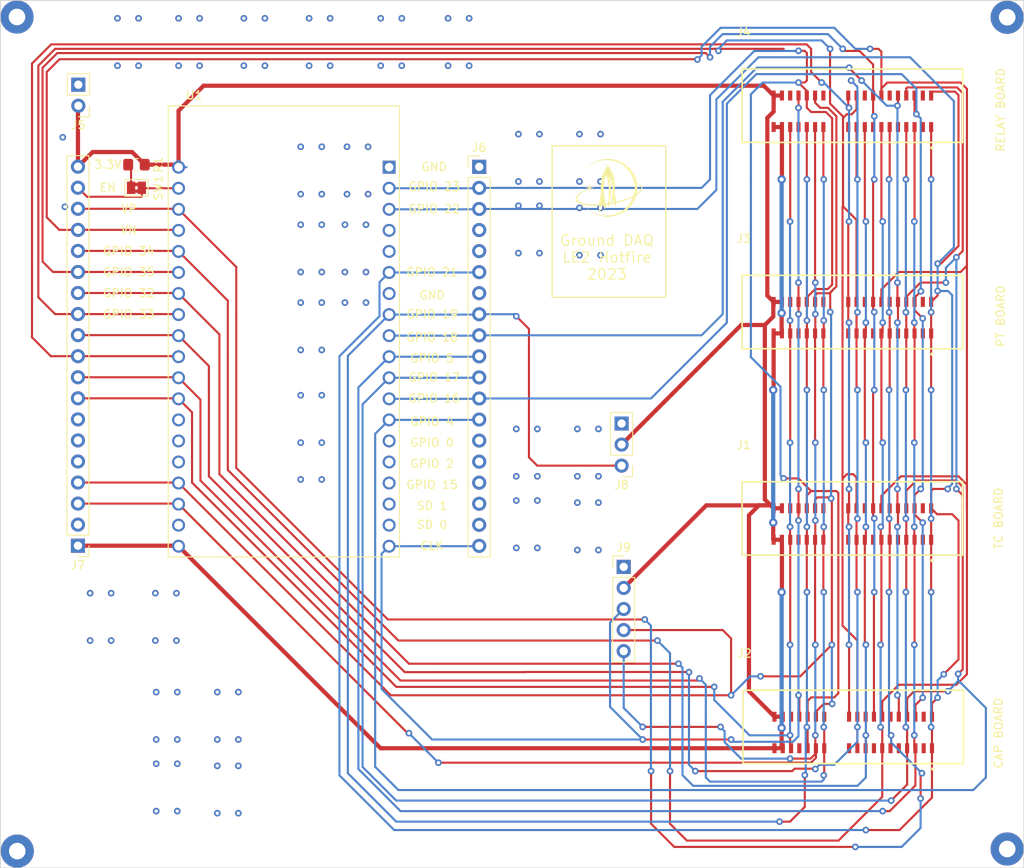
<source format=kicad_pcb>
(kicad_pcb (version 20211014) (generator pcbnew)
  (layers (0 "F.Cu" signal) (31 "B.Cu" signal) (34 "B.Paste" user) (35 "F.Paste" user) (36 "B.SilkS" user "B.Silkscreen") (37 "F.SilkS" user "F.Silkscreen") (38 "B.Mask" user) (39 "F.Mask" user) (44 "Edge.Cuts" user))
  (net 0 "")
  (net 1 "+3.3V")
  (net 2 "GND")
  (net 3 "TC2 CS")
  (net 4 "TC1 CS")
  (net 5 "TC SDO")
  (net 6 "TC CLK")
  (net 7 "Net-(R1-Pad1)")
  (net 8 "HX 6")
  (net 17 "HX 8")
  (net 18 "CAP 1")
  (net 19 "CAP 2")
  (net 20 "CAP CLK")
  (net 21 "HX CLK")
  (net 22 "PHOTORES")
  (net 23 "TC SDI")
  (net 25 "RL INT")
  (net 26 "EXTRA")
  (net 27 "+5V")
  (net 28 "RL SCL")
  (net 31 "RL SDA")
  (net 40 "HX 7")
  (net 41 "HX 5")
  (net 42 "HX 4")
  (net 43 "HX 3")
  (net 44 "HX 2")
  (net 45 "HX 1")
  (net 46 "EN")
  (footprint "Connector_PinHeader_2.54mm:PinHeader_1x05_P2.54mm_Vertical" (layer "F.Cu") (at 157.226 101.605)
    (fp_text reference "J9")
    (fp_text value "Conn_01x05_Male")
  )
  (footprint "Connector_PinHeader_2.54mm:PinHeader_1x19_P2.54mm_Vertical" (layer "F.Cu") (at 91.396 99.05 180)
    (fp_text reference "J7")
    (fp_text value "TEST-POINT")
  )
  (footprint "ellie:MODULE_ESP32-DEVKITC-32D" (layer "F.Cu") (at 116.231 73.152)
    (fp_text reference "U1")
    (fp_text value "ESP32-DEVKITC-32D")
  )
  (footprint "PCIE-LP-01-01-F-DV-A-TR:SAMTEC_PCIE-LP-01-01-F-DV-A-TR" (layer "F.Cu") (at 184.811 46.649)
    (fp_text reference "J4")
    (fp_text value "PCIE_CONN")
  )
  (footprint "PCIE-LP-01-01-F-DV-A-TR:SAMTEC_PCIE-LP-01-01-F-DV-A-TR" (layer "F.Cu") (at 184.912 121.579)
    (fp_text reference "J2")
    (fp_text value "PCIE_CONN")
  )
  (footprint "Connector_PinHeader_2.54mm:PinHeader_1x19_P2.54mm_Vertical" (layer "F.Cu") (at 139.796 53.35)
    (fp_text reference "J6")
    (fp_text value "TEST-POINT")
  )
  (footprint "Connector_PinHeader_2.54mm:PinHeader_1x02_P2.54mm_Vertical" (layer "F.Cu") (at 91.44 45.979 180)
    (fp_text reference "J5")
    (fp_text value "POWER")
  )
  (footprint "Resistor_SMD:R_0805_2012Metric_Pad1.20x1.40mm_HandSolder" (layer "F.Cu") (at 98.451 53.086)
    (fp_text reference "R1")
    (fp_text value "1k")
  )
  (footprint "star:star_8x7" (layer "F.Cu") (at 155.448 55.88)
    (fp_text reference "G***" hide)
    (fp_text value "LOGO" hide)
  )
  (footprint "Connector_PinHeader_2.54mm:PinHeader_1x03_P2.54mm_Vertical" (layer "F.Cu") (at 156.972 89.393 180)
    (fp_text reference "J8")
    (fp_text value "Conn_01x03_Male")
  )
  (footprint "PCIE-LP-01-01-F-DV-A-TR:SAMTEC_PCIE-LP-01-01-F-DV-A-TR" (layer "F.Cu") (at 184.811 96.433)
    (fp_text reference "J1")
    (fp_text value "PCIE_CONN")
  )
  (footprint "Jumper:SolderJumper-2_P1.3mm_Bridged2Bar_Pad1.0x1.5mm" (layer "F.Cu") (at 98.451 55.88)
    (fp_text reference "SW1")
    (fp_text value "SW_Push" hide)
  )
  (footprint "PCIE-LP-01-01-F-DV-A-TR:SAMTEC_PCIE-LP-01-01-F-DV-A-TR" (layer "F.Cu") (at 184.811 71.541)
    (fp_text reference "J3")
    (fp_text value "PCIE_CONN")
  )
  (gr_rect (start 148.59 50.8) (end 162.306 69.088) (layer "F.SilkS") (width 0.15) (fill none))
  (gr_rect (start 82.042 33.274) (end 205.486 137.922) (layer "Edge.Cuts") (width 0.1) (fill none))
  (gr_text "GPIO 4" (at 134.112 84.074) (layer "F.SilkS") (effects (font (size 1 1))))
  (gr_text "EN\n" (at 94.996 55.88) (layer "F.SilkS") (effects (font (size 1 1))))
  (gr_text "SD 1" (at 134.112 94.234) (layer "F.SilkS") (effects (font (size 1 1))))
  (gr_text "PT BOARD" (at 202.692 71.374 90) (layer "F.SilkS") (effects (font (size 1 1))))
  (gr_text "Ground DAQ\nLE2 Hotfire\n2023" (at 155.194 64.262) (layer "F.SilkS") (effects (font (size 1.27 1.27))))
  (gr_text "GPIO 32" (at 97.536 68.58) (layer "F.SilkS") (effects (font (size 1 1))))
  (gr_text "GPIO 34" (at 97.536 63.5) (layer "F.SilkS") (effects (font (size 1 1))))
  (gr_text "\nGPIO 23" (at 134.366 54.864) (layer "F.SilkS") (effects (font (size 1.1 1))))
  (gr_text "GPIO 17" (at 134.366 78.74) (layer "F.SilkS") (effects (font (size 1 1))))
  (gr_text "GPIO 21" (at 134.112 66.04) (layer "F.SilkS") (effects (font (size 1 1))))
  (gr_text "VN" (at 97.536 60.96) (layer "F.SilkS") (effects (font (size 1 1))))
  (gr_text "GPIO 0" (at 134.112 86.614) (layer "F.SilkS") (effects (font (size 1 1))))
  (gr_text "GPIO 2" (at 134.112 89.154) (layer "F.SilkS") (effects (font (size 1 1))))
  (gr_text "GND" (at 134.112 68.834) (layer "F.SilkS") (effects (font (size 1 1))))
  (gr_text "GND" (at 134.366 53.34) (layer "F.SilkS") (effects (font (size 1 1))))
  (gr_text "GPIO 19" (at 134.112 71.12) (layer "F.SilkS") (effects (font (size 1 1))))
  (gr_text "VP" (at 97.536 58.42) (layer "F.SilkS") (effects (font (size 1 1))))
  (gr_text "CLK" (at 134.112 99.06) (layer "F.SilkS") (effects (font (size 1 1))))
  (gr_text "3.3V" (at 94.996 53.086) (layer "F.SilkS") (effects (font (size 1 1))))
  (gr_text "GPIO 16" (at 134.366 81.28) (layer "F.SilkS") (effects (font (size 1 1))))
  (gr_text "GPIO 5" (at 134.112 76.454) (layer "F.SilkS") (effects (font (size 1 1))))
  (gr_text "CAP BOARD" (at 202.438 121.666 90) (layer "F.SilkS") (effects (font (size 1 1))))
  (gr_text "SD 0" (at 134.112 96.52) (layer "F.SilkS") (effects (font (size 1 1))))
  (gr_text "GPIO 15\n" (at 134.112 91.694) (layer "F.SilkS") (effects (font (size 1 1))))
  (gr_text "GPIO 33" (at 97.536 71.12) (layer "F.SilkS") (effects (font (size 1 1))))
  (gr_text "GPIO 35" (at 97.536 66.04) (layer "F.SilkS") (effects (font (size 1 1))))
  (gr_text "GPIO 22" (at 134.366 58.42) (layer "F.SilkS") (effects (font (size 1 1))))
  (gr_text "GPIO 18" (at 134.112 73.914) (layer "F.SilkS") (effects (font (size 1 1))))
  (gr_text "TC BOARD" (at 202.438 95.758 90) (layer "F.SilkS") (effects (font (size 1 1))))
  (gr_text "RELAY BOARD" (at 202.692 46.482 90) (layer "F.SilkS") (effects (font (size 1 1))))
  (segment (start 175.311 94.533) (end 176.311 94.533) (width 0.508) (layer "F.Cu") (net 1))
  (segment (start 103.225 53.086) (end 103.531 53.392) (width 0.508) (layer "F.Cu") (net 1))
  (segment (start 174.252 93.474) (end 175.311 94.533) (width 0.508) (layer "F.Cu") (net 1))
  (segment (start 176.311 44.749) (end 175.311 44.749) (width 0.508) (layer "F.Cu") (net 1))
  (segment (start 174.549 47.445) (end 174.549 68.879) (width 0.508) (layer "F.Cu") (net 1))
  (segment (start 174.549 68.879) (end 175.311 69.641) (width 0.508) (layer "F.Cu") (net 1))
  (segment (start 175.311 69.641) (end 175.268 69.684) (width 0.508) (layer "F.Cu") (net 1))
  (segment (start 167.188 94.183) (end 174.549 94.183) (width 0.508) (layer "F.Cu") (net 1))
  (segment (start 174.549 94.183) (end 173.533 94.183) (width 0.508) (layer "F.Cu") (net 1))
  (segment (start 171.39697 72.42803) (end 174.252 72.42803) (width 0.508) (layer "F.Cu") (net 1))
  (segment (start 91.396 53.33) (end 91.396 46.023) (width 0.508) (layer "F.Cu") (net 1))
  (segment (start 172.335527 116.602527) (end 175.412 119.679) (width 0.508) (layer "F.Cu") (net 1))
  (segment (start 103.531 46.583) (end 103.531 53.392) (width 0.508) (layer "F.Cu") (net 1))
  (segment (start 99.451 53.086) (end 103.225 53.086) (width 0.508) (layer "F.Cu") (net 1))
  (segment (start 156.972 86.853) (end 171.39697 72.42803) (width 0.508) (layer "F.Cu") (net 1))
  (segment (start 93.164 51.562) (end 97.927 51.562) (width 0.508) (layer "F.Cu") (net 1))
  (segment (start 174.961 94.183) (end 174.549 94.183) (width 0.508) (layer "F.Cu") (net 1))
  (segment (start 91.386 53.34) (end 91.396 53.33) (width 0.508) (layer "F.Cu") (net 1))
  (segment (start 91.396 53.33) (end 93.164 51.562) (width 0.508) (layer "F.Cu") (net 1))
  (segment (start 175.268 71.41203) (end 174.252 72.42803) (width 0.508) (layer "F.Cu") (net 1))
  (segment (start 175.311 44.749) (end 174.128421 43.566421) (width 0.508) (layer "F.Cu") (net 1))
  (segment (start 175.311 46.683) (end 174.549 47.445) (width 0.508) (layer "F.Cu") (net 1))
  (segment (start 91.396 46.023) (end 91.44 45.979) (width 0.508) (layer "F.Cu") (net 1))
  (segment (start 106.547579 43.566421) (end 103.531 46.583) (width 0.508) (layer "F.Cu") (net 1))
  (segment (start 175.311 94.533) (end 174.961 94.183) (width 0.508) (layer "F.Cu") (net 1))
  (segment (start 173.533 94.183) (end 172.335527 95.380473) (width 0.508) (layer "F.Cu") (net 1))
  (segment (start 175.311 69.641) (end 176.311 69.641) (width 0.508) (layer "F.Cu") (net 1))
  (segment (start 172.335527 95.380473) (end 172.335527 116.602527) (width 0.508) (layer "F.Cu") (net 1))
  (segment (start 97.927 51.562) (end 99.451 53.086) (width 0.508) (layer "F.Cu") (net 1))
  (segment (start 175.268 69.684) (end 175.268 71.41203) (width 0.508) (layer "F.Cu") (net 1))
  (segment (start 174.128421 43.566421) (end 106.547579 43.566421) (width 0.508) (layer "F.Cu") (net 1))
  (segment (start 175.412 119.679) (end 176.412 119.679) (width 0.508) (layer "F.Cu") (net 1))
  (segment (start 174.252 72.42803) (end 174.252 93.474) (width 0.508) (layer "F.Cu") (net 1))
  (segment (start 157.226 104.145) (end 167.188 94.183) (width 0.508) (layer "F.Cu") (net 1))
  (segment (start 175.311 44.749) (end 175.311 46.683) (width 0.508) (layer "F.Cu") (net 1))
  (segment (start 103.531 53.392) (end 104.495 53.392) (width 0.25) (layer "B.Cu") (net 1))
  (segment (start 103.531 53.392) (end 103.531 52.578) (width 0.25) (layer "B.Cu") (net 1))
  (via (at 110.744 131.318) (size 0.8) (drill 0.4) (layers "F.Cu" "B.Cu") (net 2))
  (via (at 84.074 135.89) (size 4) (drill 2) (layers "F.Cu" "B.Cu") (net 2))
  (via (at 123.597 69.723) (size 0.8) (drill 0.4) (layers "F.Cu" "B.Cu") (net 2))
  (via (at 146.812 93.599) (size 0.8) (drill 0.4) (layers "F.Cu" "B.Cu") (net 2))
  (via (at 106.071 41.148) (size 0.8) (drill 0.4) (layers "F.Cu" "B.Cu") (net 2))
  (via (at 103.277 104.775) (size 0.8) (drill 0.4) (layers "F.Cu" "B.Cu") (net 2))
  (via (at 110.744 116.713) (size 0.8) (drill 0.4) (layers "F.Cu" "B.Cu") (net 2))
  (via (at 144.526 63.754) (size 0.8) (drill 0.4) (layers "F.Cu" "B.Cu") (net 2))
  (via (at 96.165 35.433) (size 0.8) (drill 0.4) (layers "F.Cu" "B.Cu") (net 2))
  (via (at 118.263 75.438) (size 0.8) (drill 0.4) (layers "F.Cu" "B.Cu") (net 2))
  (via (at 144.526 58.039) (size 0.8) (drill 0.4) (layers "F.Cu" "B.Cu") (net 2))
  (via (at 118.263 50.927) (size 0.8) (drill 0.4) (layers "F.Cu" "B.Cu") (net 2))
  (via (at 144.272 84.963) (size 0.8) (drill 0.4) (layers "F.Cu" "B.Cu") (net 2))
  (via (at 95.403 104.775) (size 0.8) (drill 0.4) (layers "F.Cu" "B.Cu") (net 2))
  (via (at 92.863 104.775) (size 0.8) (drill 0.4) (layers "F.Cu" "B.Cu") (net 2))
  (via (at 144.272 99.314) (size 0.8) (drill 0.4) (layers "F.Cu" "B.Cu") (net 2))
  (via (at 151.638 99.568) (size 0.8) (drill 0.4) (layers "F.Cu" "B.Cu") (net 2))
  (via (at 121.819 41.148) (size 0.8) (drill 0.4) (layers "F.Cu" "B.Cu") (net 2))
  (via (at 130.455 41.148) (size 0.8) (drill 0.4) (layers "F.Cu" "B.Cu") (net 2))
  (via (at 126.137 69.723) (size 0.8) (drill 0.4) (layers "F.Cu" "B.Cu") (net 2))
  (via (at 111.405 41.148) (size 0.8) (drill 0.4) (layers "F.Cu" "B.Cu") (net 2))
  (via (at 123.851 56.642) (size 0.8) (drill 0.4) (layers "F.Cu" "B.Cu") (net 2))
  (via (at 118.263 60.325) (size 0.8) (drill 0.4) (layers "F.Cu" "B.Cu") (net 2))
  (via (at 111.405 35.433) (size 0.8) (drill 0.4) (layers "F.Cu" "B.Cu") (net 2))
  (via (at 126.137 60.325) (size 0.8) (drill 0.4) (layers "F.Cu" "B.Cu") (net 2))
  (via (at 130.455 35.433) (size 0.8) (drill 0.4) (layers "F.Cu" "B.Cu") (net 2))
  (via (at 203.4865 35.306) (size 4) (drill 2) (layers "F.Cu" "B.Cu") (net 2))
  (via (at 89.815 58.166) (size 0.8) (drill 0.4) (layers "F.Cu" "B.Cu") (net 2))
  (via (at 84.0415 35.2735) (size 4) (drill 2) (layers "F.Cu" "B.Cu") (net 2))
  (via (at 154.178 93.853) (size 0.8) (drill 0.4) (layers "F.Cu" "B.Cu") (net 2))
  (via (at 118.263 91.059) (size 0.8) (drill 0.4) (layers "F.Cu" "B.Cu") (net 2))
  (via (at 154.432 64.008) (size 0.8) (drill 0.4) (layers "F.Cu" "B.Cu") (net 2))
  (via (at 127.915 35.433) (size 0.8) (drill 0.4) (layers "F.Cu" "B.Cu") (net 2))
  (via (at 151.638 90.678) (size 0.8) (drill 0.4) (layers "F.Cu" "B.Cu") (net 2))
  (via (at 103.378 125.349) (size 0.8) (drill 0.4) (layers "F.Cu" "B.Cu") (net 2))
  (via (at 154.178 84.963) (size 0.8) (drill 0.4) (layers "F.Cu" "B.Cu") (net 2))
  (via (at 103.277 110.49) (size 0.8) (drill 0.4) (layers "F.Cu" "B.Cu") (net 2))
  (via (at 120.803 91.059) (size 0.8) (drill 0.4) (layers "F.Cu" "B.Cu") (net 2))
  (via (at 126.391 50.927) (size 0.8) (drill 0.4) (layers "F.Cu" "B.Cu") (net 2))
  (via (at 100.838 131.064) (size 0.8) (drill 0.4) (layers "F.Cu" "B.Cu") (net 2))
  (via (at 103.378 131.064) (size 0.8) (drill 0.4) (layers "F.Cu" "B.Cu") (net 2))
  (via (at 108.204 122.428) (size 0.8) (drill 0.4) (layers "F.Cu" "B.Cu") (net 2))
  (via (at 154.432 49.403) (size 0.8) (drill 0.4) (layers "F.Cu" "B.Cu") (net 2))
  (via (at 151.892 58.293) (size 0.8) (drill 0.4) (layers "F.Cu" "B.Cu") (net 2))
  (via (at 118.263 66.04) (size 0.8) (drill 0.4) (layers "F.Cu" "B.Cu") (net 2))
  (via (at 146.812 84.963) (size 0.8) (drill 0.4) (layers "F.Cu" "B.Cu") (net 2))
  (via (at 136.043 35.433) (size 0.8) (drill 0.4) (layers "F.Cu" "B.Cu") (net 2))
  (via (at 108.204 131.318) (size 0.8) (drill 0.4) (layers "F.Cu" "B.Cu") (net 2))
  (via (at 138.583 41.148) (size 0.8) (drill 0.4) (layers "F.Cu" "B.Cu") (net 2))
  (via (at 119.279 41.148) (size 0.8) (drill 0.4) (layers "F.Cu" "B.Cu") (net 2))
  (via (at 123.597 60.325) (size 0.8) (drill 0.4) (layers "F.Cu" "B.Cu") (net 2))
  (via (at 100.838 125.349) (size 0.8) (drill 0.4) (layers "F.Cu" "B.Cu") (net 2))
  (via (at 126.137 66.04) (size 0.8) (drill 0.4) (layers "F.Cu" "B.Cu") (net 2))
  (via (at 151.892 55.118) (size 0.8) (drill 0.4) (layers "F.Cu" "B.Cu") (net 2))
  (via (at 154.178 90.678) (size 0.8) (drill 0.4) (layers "F.Cu" "B.Cu") (net 2))
  (via (at 113.945 41.148) (size 0.8) (drill 0.4) (layers "F.Cu" "B.Cu") (net 2))
  (via (at 151.892 64.008) (size 0.8) (drill 0.4) (layers "F.Cu" "B.Cu") (net 2))
  (via (at 121.819 35.433) (size 0.8) (drill 0.4) (layers "F.Cu" "B.Cu") (net 2))
  (via (at 120.803 66.04) (size 0.8) (drill 0.4) (layers "F.Cu" "B.Cu") (net 2))
  (via (at 89.561 49.784) (size 0.8) (drill 0.4) (layers "F.Cu" "B.Cu") (net 2))
  (via (at 144.272 93.599) (size 0.8) (drill 0.4) (layers "F.Cu" "B.Cu") (net 2))
  (via (at 119.279 35.433) (size 0.8) (drill 0.4) (layers "F.Cu" "B.Cu") (net 2))
  (via (at 108.204 125.603) (size 0.8) (drill 0.4) (layers "F.Cu" "B.Cu") (net 2))
  (via (at 146.812 90.678) (size 0.8) (drill 0.4) (layers "F.Cu" "B.Cu") (net 2))
  (via (at 103.378 122.428) (size 0.8) (drill 0.4) (layers "F.Cu" "B.Cu") (net 2))
  (via (at 144.526 55.118) (size 0.8) (drill 0.4) (layers "F.Cu" "B.Cu") (net 2))
  (via (at 154.432 55.118) (size 0.8) (drill 0.4) (layers "F.Cu" "B.Cu") (net 2))
  (via (at 120.803 69.723) (size 0.8) (drill 0.4) (layers "F.Cu" "B.Cu") (net 2))
  (via (at 113.945 35.433) (size 0.8) (drill 0.4) (layers "F.Cu" "B.Cu") (net 2))
  (via (at 151.638 93.853) (size 0.8) (drill 0.4) (layers "F.Cu" "B.Cu") (net 2))
  (via (at 123.851 50.927) (size 0.8) (drill 0.4) (layers "F.Cu" "B.Cu") (net 2))
  (via (at 147.066 58.039) (size 0.8) (drill 0.4) (layers "F.Cu" "B.Cu") (net 2))
  (via (at 118.263 80.899) (size 0.8) (drill 0.4) (layers "F.Cu" "B.Cu") (net 2))
  (via (at 146.812 99.314) (size 0.8) (drill 0.4) (layers "F.Cu" "B.Cu") (net 2))
  (via (at 120.803 80.899) (size 0.8) (drill 0.4) (layers "F.Cu" "B.Cu") (net 2))
  (via (at 103.531 35.433) (size 0.8) (drill 0.4) (layers "F.Cu" "B.Cu") (net 2))
  (via (at 144.272 90.678) (size 0.8) (drill 0.4) (layers "F.Cu" "B.Cu") (net 2))
  (via (at 100.737 110.49) (size 0.8) (drill 0.4) (layers "F.Cu" "B.Cu") (net 2))
  (via (at 110.744 125.603) (size 0.8) (drill 0.4) (layers "F.Cu" "B.Cu") (net 2))
  (via (at 100.838 116.713) (size 0.8) (drill 0.4) (layers "F.Cu" "B.Cu") (net 2))
  (via (at 120.803 75.438) (size 0.8) (drill 0.4) (layers "F.Cu" "B.Cu") (net 2))
  (via (at 154.178 99.568) (size 0.8) (drill 0.4) (layers "F.Cu" "B.Cu") (net 2))
  (via (at 96.165 41.148) (size 0.8) (drill 0.4) (layers "F.Cu" "B.Cu") (net 2))
  (via (at 154.432 58.293) (size 0.8) (drill 0.4) (layers "F.Cu" "B.Cu") (net 2))
  (via (at 118.263 86.614) (size 0.8) (drill 0.4) (layers "F.Cu" "B.Cu") (net 2))
  (via (at 126.391 56.642) (size 0.8) (drill 0.4) (layers "F.Cu" "B.Cu") (net 2))
  (via (at 98.705 41.148) (size 0.8) (drill 0.4) (layers "F.Cu" "B.Cu") (net 2))
  (via (at 100.737 104.775) (size 0.8) (drill 0.4) (layers "F.Cu" "B.Cu") (net 2))
  (via (at 136.043 41.148) (size 0.8) (drill 0.4) (layers "F.Cu" "B.Cu") (net 2))
  (via (at 106.071 35.433) (size 0.8) (drill 0.4) (layers "F.Cu" "B.Cu") (net 2))
  (via (at 120.803 50.927) (size 0.8) (drill 0.4) (layers "F.Cu" "B.Cu") (net 2))
  (via (at 110.744 122.428) (size 0.8) (drill 0.4) (layers "F.Cu" "B.Cu") (net 2))
  (via (at 147.066 55.118) (size 0.8) (drill 0.4) (layers "F.Cu" "B.Cu") (net 2))
  (via (at 118.263 56.642) (size 0.8) (drill 0.4) (layers "F.Cu" "B.Cu") (net 2))
  (via (at 151.892 49.403) (size 0.8) (drill 0.4) (layers "F.Cu" "B.Cu") (net 2))
  (via (at 103.378 116.713) (size 0.8) (drill 0.4) (layers "F.Cu" "B.Cu") (net 2))
  (via (at 123.597 66.04) (size 0.8) (drill 0.4) (layers "F.Cu" "B.Cu") (net 2))
  (via (at 118.263 69.723) (size 0.8) (drill 0.4) (layers "F.Cu" "B.Cu") (net 2))
  (via (at 120.803 60.325) (size 0.8) (drill 0.4) (layers "F.Cu" "B.Cu") (net 2))
  (via (at 151.638 84.963) (size 0.8) (drill 0.4) (layers "F.Cu" "B.Cu") (net 2))
  (via (at 120.803 56.642) (size 0.8) (drill 0.4) (layers "F.Cu" "B.Cu") (net 2))
  (via (at 127.915 41.148) (size 0.8) (drill 0.4) (layers "F.Cu" "B.Cu") (net 2))
  (via (at 203.4865 135.636) (size 4) (drill 2) (layers "F.Cu" "B.Cu") (net 2))
  (via (at 95.403 110.49) (size 0.8) (drill 0.4) (layers "F.Cu" "B.Cu") (net 2))
  (via (at 147.066 63.754) (size 0.8) (drill 0.4) (layers "F.Cu" "B.Cu") (net 2))
  (via (at 92.863 110.49) (size 0.8) (drill 0.4) (layers "F.Cu" "B.Cu") (net 2))
  (via (at 138.583 35.433) (size 0.8) (drill 0.4) (layers "F.Cu" "B.Cu") (net 2))
  (via (at 108.204 116.713) (size 0.8) (drill 0.4) (layers "F.Cu" "B.Cu") (net 2))
  (via (at 120.803 86.614) (size 0.8) (drill 0.4) (layers "F.Cu" "B.Cu") (net 2))
  (via (at 103.531 41.148) (size 0.8) (drill 0.4) (layers "F.Cu" "B.Cu") (net 2))
  (via (at 100.838 122.428) (size 0.8) (drill 0.4) (layers "F.Cu" "B.Cu") (net 2))
  (via (at 98.705 35.433) (size 0.8) (drill 0.4) (layers "F.Cu" "B.Cu") (net 2))
  (via (at 144.526 49.403) (size 0.8) (drill 0.4) (layers "F.Cu" "B.Cu") (net 2))
  (via (at 147.066 49.403) (size 0.8) (drill 0.4) (layers "F.Cu" "B.Cu") (net 2))
  (segment (start 198.12 44.45) (end 198.12 63.5) (width 0.254) (layer "F.Cu") (net 3))
  (segment (start 191.438 43.768) (end 197.438 43.768) (width 0.254) (layer "F.Cu") (net 3))
  (segment (start 197.358 92.202) (end 198.12 92.964) (width 0.254) (layer "F.Cu") (net 3))
  (segment (start 192.532 91.186) (end 197.358 91.186) (width 0.254) (layer "F.Cu") (net 3))
  (segment (start 198.12 92.964) (end 198.12 93.218) (width 0.254) (layer "F.Cu") (net 3))
  (segment (start 191.311 43.895) (end 191.438 43.768) (width 0.254) (layer "F.Cu") (net 3))
  (segment (start 191.311 69.029) (end 191.311 69.641) (width 0.254) (layer "F.Cu") (net 3))
  (segment (start 198.12 113.958206) (end 197.568103 114.510103) (width 0.254) (layer "F.Cu") (net 3))
  (segment (start 197.358 91.186) (end 198.12 91.948) (width 0.254) (layer "F.Cu") (net 3))
  (segment (start 191.311 92.407) (end 192.532 91.186) (width 0.254) (layer "F.Cu") (net 3))
  (segment (start 191.412 117.452) (end 191.412 119.679) (width 0.254) (layer "F.Cu") (net 3))
  (segment (start 195.0905 67.31) (end 193.03 67.31) (width 0.254) (layer "F.Cu") (net 3))
  (segment (start 192.2595 116.6045) (end 191.412 117.452) (width 0.254) (layer "F.Cu") (net 3))
  (segment (start 191.311 94.533) (end 191.311 92.407) (width 0.254) (layer "F.Cu") (net 3))
  (segment (start 191.311 44.749) (end 191.311 43.895) (width 0.254) (layer "F.Cu") (net 3))
  (segment (start 195.326 116.6045) (end 192.2595 116.6045) (width 0.254) (layer "F.Cu") (net 3))
  (segment (start 198.12 63.5) (end 197.358 64.262) (width 0.254) (layer "F.Cu") (net 3))
  (segment (start 193.03 67.31) (end 191.311 69.029) (width 0.254) (layer "F.Cu") (net 3))
  (segment (start 195.0905 67.31) (end 196.088 67.31) (width 0.254) (layer "F.Cu") (net 3))
  (segment (start 198.12 93.218) (end 198.12 113.958206) (width 0.254) (layer "F.Cu") (net 3))
  (segment (start 197.438 43.768) (end 198.12 44.45) (width 0.254) (layer "F.Cu") (net 3))
  (segment (start 198.12 91.948) (end 198.12 93.218) (width 0.254) (layer "F.Cu") (net 3))
  (segment (start 195.326 116.6045) (end 196.342 116.6045) (width 0.254) (layer "F.Cu") (net 3))
  (via (at 197.568103 114.510103) (size 0.8) (drill 0.4) (layers "F.Cu" "B.Cu") (net 3))
  (via (at 197.358 64.262) (size 0.8) (drill 0.4) (layers "F.Cu" "B.Cu") (net 3))
  (via (at 196.342 116.6045) (size 0.8) (drill 0.4) (layers "F.Cu" "B.Cu") (net 3))
  (via (at 196.088 67.31) (size 0.8) (drill 0.4) (layers "F.Cu" "B.Cu") (net 3))
  (via (at 197.358 92.202) (size 0.8) (drill 0.4) (layers "F.Cu" "B.Cu") (net 3))
  (segment (start 197.568103 115.378397) (end 197.568103 115.272103) (width 0.254) (layer "B.Cu") (net 3))
  (segment (start 197.358 65.532) (end 197.358 65.278) (width 0.254) (layer "B.Cu") (net 3))
  (segment (start 127.247018 125.723018) (end 127.247018 85.555982) (width 0.254) (layer "B.Cu") (net 3))
  (segment (start 196.088 65.532) (end 197.358 64.262) (width 0.254) (layer "B.Cu") (net 3))
  (segment (start 127.247018 85.555982) (end 128.931 83.872) (width 0.254) (layer "B.Cu") (net 3))
  (segment (start 197.358 65.278) (end 197.358 92.202) (width 0.254) (layer "B.Cu") (net 3))
  (segment (start 197.568103 115.272103) (end 197.568103 114.510103) (width 0.254) (layer "B.Cu") (net 3))
  (segment (start 200.914 127) (end 199.39 128.524) (width 0.254) (layer "B.Cu") (net 3))
  (segment (start 196.342 116.6045) (end 197.568103 115.378397) (width 0.254) (layer "B.Cu") (net 3))
  (segment (start 139.754 83.872) (end 139.796 83.83) (width 0.254) (layer "B.Cu") (net 3))
  (segment (start 199.39 128.524) (end 130.048 128.524) (width 0.254) (layer "B.Cu") (net 3))
  (segment (start 128.931 83.872) (end 139.754 83.872) (width 0.254) (layer "B.Cu") (net 3))
  (segment (start 200.914 118.618) (end 200.914 127) (width 0.254) (layer "B.Cu") (net 3))
  (segment (start 130.048 128.524) (end 127.247018 125.723018) (width 0.254) (layer "B.Cu") (net 3))
  (segment (start 196.088 67.31) (end 196.088 65.532) (width 0.254) (layer "B.Cu") (net 3))
  (segment (start 197.568103 115.272103) (end 200.914 118.618) (width 0.254) (layer "B.Cu") (net 3))
  (segment (start 197.358 65.278) (end 197.358 64.262) (width 0.254) (layer "B.Cu") (net 3))
  (segment (start 192.311 46.769) (end 192.532 46.99) (width 0.254) (layer "F.Cu") (net 4))
  (segment (start 192.412 118.267) (end 192.412 119.679) (width 0.254) (layer "F.Cu") (net 4))
  (segment (start 193.0585 92.202) (end 192.311 92.9495) (width 0.254) (layer "F.Cu") (net 4))
  (segment (start 192.311 92.9495) (end 192.311 94.533) (width 0.254) (layer "F.Cu") (net 4))
  (segment (start 139.754 81.332) (end 139.796 81.29) (width 0.25) (layer "F.Cu") (net 4))
  (segment (start 193.078897 68.364897) (end 192.311 69.132794) (width 0.254) (layer "F.Cu") (net 4))
  (segment (start 193.294 117.385) (end 192.412 118.267) (width 0.254) (layer "F.Cu") (net 4))
  (segment (start 192.311 69.641) (end 192.311 70.645) (width 0.254) (layer "F.Cu") (net 4))
  (segment (start 192.311 69.132794) (end 192.311 69.641) (width 0.254) (layer "F.Cu") (net 4))
  (segment (start 192.311 44.749) (end 192.311 46.769) (width 0.254) (layer "F.Cu") (net 4))
  (segment (start 192.311 94.533) (end 192.311 95.283) (width 0.254) (layer "F.Cu") (net 4))
  (segment (start 192.311 95.283) (end 193.294 96.266) (width 0.254) (layer "F.Cu") (net 4))
  (segment (start 192.311 70.645) (end 193.294 71.628) (width 0.254) (layer "F.Cu") (net 4))
  (via (at 193.078897 68.364897) (size 0.8) (drill 0.4) (layers "F.Cu" "B.Cu") (net 4))
  (via (at 193.294 71.628) (size 0.8) (drill 0.4) (layers "F.Cu" "B.Cu") (net 4))
  (via (at 192.532 46.99) (size 0.8) (drill 0.4) (layers "F.Cu" "B.Cu") (net 4))
  (via (at 193.294 117.385) (size 0.8) (drill 0.4) (layers "F.Cu" "B.Cu") (net 4))
  (via (at 193.294 96.266) (size 0.8) (drill 0.4) (layers "F.Cu" "B.Cu") (net 4))
  (via (at 193.0585 92.202) (size 0.8) (drill 0.4) (layers "F.Cu" "B.Cu") (net 4))
  (segment (start 192.532 46.99) (end 193.059 47.517) (width 0.254) (layer "B.Cu") (net 4))
  (segment (start 193.294 96.266) (end 193.294 117.385) (width 0.254) (layer "B.Cu") (net 4))
  (segment (start 190.754 42.164) (end 192.532 43.942) (width 0.25) (layer "B.Cu") (net 4))
  (segment (start 139.796 81.29) (end 160.518 81.29) (width 0.25) (layer "B.Cu") (net 4))
  (segment (start 173.228 42.164) (end 190.754 42.164) (width 0.25) (layer "B.Cu") (net 4))
  (segment (start 193.059 47.517) (end 193.059 68.345) (width 0.254) (layer "B.Cu") (net 4))
  (segment (start 160.518 81.29) (end 169.672 72.136) (width 0.25) (layer "B.Cu") (net 4))
  (segment (start 193.294 91.9665) (end 193.0585 92.202) (width 0.254) (layer "B.Cu") (net 4))
  (segment (start 128.931 81.332) (end 139.754 81.332) (width 0.254) (layer "B.Cu") (net 4))
  (segment (start 139.754 81.332) (end 139.796 81.29) (width 0.254) (layer "B.Cu") (net 4))
  (segment (start 193.059 68.345) (end 193.078897 68.364897) (width 0.254) (layer "B.Cu") (net 4))
  (segment (start 169.672 72.136) (end 169.672 45.72) (width 0.25) (layer "B.Cu") (net 4))
  (segment (start 169.672 45.72) (end 173.228 42.164) (width 0.25) (layer "B.Cu") (net 4))
  (segment (start 193.294 71.628) (end 193.294 91.9665) (width 0.254) (layer "B.Cu") (net 4))
  (segment (start 192.532 43.942) (end 192.532 46.99) (width 0.25) (layer "B.Cu") (net 4))
  (segment (start 192.278 96.774) (end 192.278 98.3) (width 0.254) (layer "F.Cu") (net 5))
  (segment (start 192.278 72.136) (end 192.278 73.408) (width 0.254) (layer "F.Cu") (net 5))
  (segment (start 192.278 98.3) (end 192.311 98.333) (width 0.254) (layer "F.Cu") (net 5))
  (segment (start 192.278 121.92) (end 192.278 123.345) (width 0.254) (layer "F.Cu") (net 5))
  (segment (start 188.468 131.064) (end 189.318501 131.064) (width 0.254) (layer "F.Cu") (net 5))
  (segment (start 192.311 110.965) (end 192.278 110.998) (width 0.254) (layer "F.Cu") (net 5))
  (segment (start 192.278 123.345) (end 192.412 123.479) (width 0.254) (layer "F.Cu") (net 5))
  (segment (start 192.311 86.581) (end 192.278 86.614) (width 0.254) (layer "F.Cu") (net 5))
  (segment (start 189.318501 131.064) (end 192.412 127.970501) (width 0.254) (layer "F.Cu") (net 5))
  (segment (start 192.311 48.549) (end 192.311 59.911) (width 0.254) (layer "F.Cu") (net 5))
  (segment (start 192.311 59.911) (end 192.278 59.944) (width 0.254) (layer "F.Cu") (net 5))
  (segment (start 192.311 98.333) (end 192.311 110.965) (width 0.254) (layer "F.Cu") (net 5))
  (segment (start 192.278 73.408) (end 192.311 73.441) (width 0.254) (layer "F.Cu") (net 5))
  (segment (start 192.311 73.441) (end 192.311 86.581) (width 0.254) (layer "F.Cu") (net 5))
  (segment (start 192.412 127.970501) (end 192.412 123.479) (width 0.254) (layer "F.Cu") (net 5))
  (segment (start 139.754 76.252) (end 139.796 76.21) (width 0.25) (layer "F.Cu") (net 5))
  (via (at 192.278 86.614) (size 0.8) (drill 0.4) (layers "F.Cu" "B.Cu") (net 5))
  (via (at 192.278 59.944) (size 0.8) (drill 0.4) (layers "F.Cu" "B.Cu") (net 5))
  (via (at 192.278 110.998) (size 0.8) (drill 0.4) (layers "F.Cu" "B.Cu") (net 5))
  (via (at 192.278 72.136) (size 0.8) (drill 0.4) (layers "F.Cu" "B.Cu") (net 5))
  (via (at 192.278 121.92) (size 0.8) (drill 0.4) (layers "F.Cu" "B.Cu") (net 5))
  (via (at 192.278 96.774) (size 0.8) (drill 0.4) (layers "F.Cu" "B.Cu") (net 5))
  (via (at 188.468 131.064) (size 0.8) (drill 0.4) (layers "F.Cu" "B.Cu") (net 5))
  (segment (start 192.278 110.998) (end 192.278 121.92) (width 0.254) (layer "B.Cu") (net 5))
  (segment (start 139.754 76.252) (end 139.796 76.21) (width 0.254) (layer "B.Cu") (net 5))
  (segment (start 130.302 131.064) (end 188.468 131.064) (width 0.254) (layer "B.Cu") (net 5))
  (segment (start 128.931 76.252) (end 125.222 79.961) (width 0.254) (layer "B.Cu") (net 5))
  (segment (start 125.222 125.984) (end 130.302 131.064) (width 0.254) (layer "B.Cu") (net 5))
  (segment (start 125.222 79.961) (end 125.222 125.984) (width 0.254) (layer "B.Cu") (net 5))
  (segment (start 192.278 86.614) (end 192.278 96.774) (width 0.254) (layer "B.Cu") (net 5))
  (segment (start 192.278 59.944) (end 192.278 72.136) (width 0.254) (layer "B.Cu") (net 5))
  (segment (start 128.931 76.252) (end 139.754 76.252) (width 0.254) (layer "B.Cu") (net 5))
  (segment (start 190.246 69.576) (end 190.311 69.641) (width 0.254) (layer "F.Cu") (net 6))
  (segment (start 190.246 94.468) (end 190.311 94.533) (width 0.254) (layer "F.Cu") (net 6))
  (segment (start 190.311 94.533) (end 190.311 96.709) (width 0.254) (layer "F.Cu") (net 6))
  (segment (start 190.246 117.094) (end 190.412 117.26) (width 0.254) (layer "F.Cu") (net 6))
  (segment (start 190.246 67.31) (end 190.246 69.576) (width 0.254) (layer "F.Cu") (net 6))
  (segment (start 190.311 72.071) (end 190.246 72.136) (width 0.254) (layer "F.Cu") (net 6))
  (segment (start 190.311 69.641) (end 190.311 72.071) (width 0.254) (layer "F.Cu") (net 6))
  (segment (start 190.246 92.202) (end 190.246 94.468) (width 0.254) (layer "F.Cu") (net 6))
  (segment (start 190.311 45.909) (end 190.246 45.974) (width 0.254) (layer "F.Cu") (net 6))
  (segment (start 190.412 117.26) (end 190.412 119.679) (width 0.254) (layer "F.Cu") (net 6))
  (segment (start 190.311 44.749) (end 190.311 45.909) (width 0.254) (layer "F.Cu") (net 6))
  (segment (start 184.4205 41.3855) (end 184.4205 41.435) (width 0.254) (layer "F.Cu") (net 6))
  (segment (start 190.311 96.709) (end 190.246 96.774) (width 0.254) (layer "F.Cu") (net 6))
  (segment (start 184.4205 41.435) (end 185.928 42.9425) (width 0.254) (layer "F.Cu") (net 6))
  (segment (start 139.754 73.712) (end 139.796 73.67) (width 0.25) (layer "F.Cu") (net 6))
  (via (at 190.246 117.094) (size 0.8) (drill 0.4) (layers "F.Cu" "B.Cu") (net 6))
  (via (at 184.4205 41.3855) (size 0.8) (drill 0.4) (layers "F.Cu" "B.Cu") (net 6))
  (via (at 190.246 96.774) (size 0.8) (drill 0.4) (layers "F.Cu" "B.Cu") (net 6))
  (via (at 190.246 72.136) (size 0.8) (drill 0.4) (layers "F.Cu" "B.Cu") (net 6))
  (via (at 185.928 42.9425) (size 0.8) (drill 0.4) (layers "F.Cu" "B.Cu") (net 6))
  (via (at 190.246 45.974) (size 0.8) (drill 0.4) (layers "F.Cu" "B.Cu") (net 6))
  (via (at 190.246 67.31) (size 0.8) (drill 0.4) (layers "F.Cu" "B.Cu") (net 6))
  (via (at 190.246 92.202) (size 0.8) (drill 0.4) (layers "F.Cu" "B.Cu") (net 6))
  (segment (start 169.168 71.12) (end 169.168 45.511236) (width 0.25) (layer "B.Cu") (net 6))
  (segment (start 190.246 96.774) (end 190.246 110.998) (width 0.254) (layer "B.Cu") (net 6))
  (segment (start 190.246 45.974) (end 190.246 59.944) (width 0.254) (layer "B.Cu") (net 6))
  (segment (start 173.293736 41.3855) (end 184.4205 41.3855) (width 0.25) (layer "B.Cu") (net 6))
  (segment (start 188.9595 45.974) (end 190.246 45.974) (width 0.254) (layer "B.Cu") (net 6))
  (segment (start 166.618 73.67) (end 169.168 71.12) (width 0.25) (layer "B.Cu") (net 6))
  (segment (start 139.796 73.67) (end 166.618 73.67) (width 0.25) (layer "B.Cu") (net 6))
  (segment (start 185.928 42.9425) (end 188.9595 45.974) (width 0.254) (layer "B.Cu") (net 6))
  (segment (start 190.246 86.614) (end 190.246 92.202) (width 0.254) (layer "B.Cu") (net 6))
  (segment (start 128.931 73.712) (end 139.754 73.712) (width 0.254) (layer "B.Cu") (net 6))
  (segment (start 139.754 73.712) (end 139.796 73.67) (width 0.254) (layer "B.Cu") (net 6))
  (segment (start 190.246 110.998) (end 190.246 117.094) (width 0.254) (layer "B.Cu") (net 6))
  (segment (start 169.168 45.511236) (end 173.293736 41.3855) (width 0.25) (layer "B.Cu") (net 6))
  (segment (start 190.246 72.136) (end 190.246 86.614) (width 0.254) (layer "B.Cu") (net 6))
  (segment (start 190.246 59.944) (end 190.246 67.31) (width 0.254) (layer "B.Cu") (net 6))
  (segment (start 97.801 53.436) (end 97.801 55.88) (width 0.25) (layer "F.Cu") (net 7))
  (segment (start 97.451 53.086) (end 97.801 53.436) (width 0.25) (layer "F.Cu") (net 7))
  (segment (start 185.412 110.482) (end 183.623 108.693) (width 0.254) (layer "F.Cu") (net 8))
  (segment (start 88.636 71.11) (end 86.614 69.088) (width 0.254) (layer "F.Cu") (net 8))
  (segment (start 184.15 90.424) (end 184.912 90.424) (width 0.254) (layer "F.Cu") (net 8))
  (segment (start 184.912 90.424) (end 185.311 90.823) (width 0.254) (layer "F.Cu") (net 8))
  (segment (start 183.769 47.371) (end 183.68 47.46) (width 0.254) (layer "F.Cu") (net 8))
  (segment (start 183.68 58.115499) (end 183.68 57.442) (width 0.254) (layer "F.Cu") (net 8))
  (segment (start 185.311 44.749) (end 185.311 46.425501) (width 0.254) (layer "F.Cu") (net 8))
  (segment (start 185.412 119.679) (end 185.412 110.482) (width 0.254) (layer "F.Cu") (net 8))
  (segment (start 183.623 58.172499) (end 183.623 91.421) (width 0.254) (layer "F.Cu") (net 8))
  (segment (start 185.311 90.823) (end 185.311 94.533) (width 0.254) (layer "F.Cu") (net 8))
  (segment (start 183.623 91.421) (end 183.623 90.951) (width 0.254) (layer "F.Cu") (net 8))
  (segment (start 91.396 71.11) (end 88.636 71.11) (width 0.254) (layer "F.Cu") (net 8))
  (segment (start 103.469 71.11) (end 103.531 71.172) (width 0.254) (layer "F.Cu") (net 8))
  (segment (start 182.118 45.72) (end 183.769 47.371) (width 0.254) (layer "F.Cu") (net 8))
  (segment (start 184.15 46.99) (end 183.769 47.371) (width 0.254) (layer "F.Cu") (net 8))
  (segment (start 168.656 39.116) (end 176.53 39.116) (width 0.254) (layer "F.Cu") (net 8))
  (segment (start 185.311 59.746499) (end 185.311 69.641) (width 0.254) (layer "F.Cu") (net 8))
  (segment (start 182.118 39.116) (end 182.118 45.72) (width 0.254) (layer "F.Cu") (net 8))
  (segment (start 185.311 46.425501) (end 184.727501 47.009) (width 0.254) (layer "F.Cu") (net 8))
  (segment (start 86.614 69.088) (end 86.614 41.148) (width 0.254) (layer "F.Cu") (net 8))
  (segment (start 183.623 108.693) (end 183.623 91.421) (width 0.254) (layer "F.Cu") (net 8))
  (segment (start 91.396 71.11) (end 103.469 71.11) (width 0.254) (layer "F.Cu") (net 8))
  (segment (start 184.169 47.009) (end 184.15 46.99) (width 0.254) (layer "F.Cu") (net 8))
  (segment (start 183.623 90.951) (end 184.15 90.424) (width 0.254) (layer "F.Cu") (net 8))
  (segment (start 86.614 41.148) (end 88.646 39.116) (width 0.254) (layer "F.Cu") (net 8))
  (segment (start 183.68 57.442) (end 183.68 58.128) (width 0.254) (layer "F.Cu") (net 8))
  (segment (start 184.727501 47.009) (end 184.169 47.009) (width 0.254) (layer "F.Cu") (net 8))
  (segment (start 185.311 59.746499) (end 183.68 58.115499) (width 0.254) (layer "F.Cu") (net 8))
  (segment (start 168.656 39.116) (end 168.656 39.353) (width 0.254) (layer "F.Cu") (net 8))
  (segment (start 183.68 58.115499) (end 183.623 58.172499) (width 0.254) (layer "F.Cu") (net 8))
  (segment (start 183.68 47.46) (end 183.68 57.442) (width 0.254) (layer "F.Cu") (net 8))
  (segment (start 88.646 39.116) (end 168.656 39.116) (width 0.254) (layer "F.Cu") (net 8))
  (via (at 168.656 39.353) (size 0.8) (drill 0.4) (layers "F.Cu" "B.Cu") (net 8))
  (via (at 182.118 39.116) (size 0.8) (drill 0.4) (layers "F.Cu" "B.Cu") (net 8))
  (segment (start 169.672 38.1) (end 181.102 38.1) (width 0.254) (layer "B.Cu") (net 8))
  (segment (start 168.656 39.116) (end 169.672 38.1) (width 0.254) (layer "B.Cu") (net 8))
  (segment (start 181.102 38.1) (end 182.118 39.116) (width 0.254) (layer "B.Cu") (net 8))
  (segment (start 168.656 39.353) (end 168.656 39.116) (width 0.254) (layer "B.Cu") (net 8))
  (segment (start 184.404 92.202) (end 184.404 94.44) (width 0.254) (layer "F.Cu") (net 17))
  (segment (start 184.311 44.749) (end 184.311 46.135) (width 0.254) (layer "F.Cu") (net 17))
  (segment (start 85.852 40.894) (end 85.852 73.914) (width 0.254) (layer "F.Cu") (net 17))
  (segment (start 181.102 43.18) (end 179.832 41.91) (width 0.254) (layer "F.Cu") (net 17))
  (segment (start 85.852 73.914) (end 88.128 76.19) (width 0.254) (layer "F.Cu") (net 17))
  (segment (start 179.2885 38.5725) (end 88.1735 38.5725) (width 0.254) (layer "F.Cu") (net 17))
  (segment (start 179.832 39.116) (end 179.2885 38.5725) (width 0.254) (layer "F.Cu") (net 17))
  (segment (start 184.311 46.135) (end 184.404 46.228) (width 0.254) (layer "F.Cu") (net 17))
  (segment (start 88.128 76.19) (end 91.396 76.19) (width 0.254) (layer "F.Cu") (net 17))
  (segment (start 184.311 94.533) (end 184.311 96.681) (width 0.254) (layer "F.Cu") (net 17))
  (segment (start 184.404 94.44) (end 184.311 94.533) (width 0.254) (layer "F.Cu") (net 17))
  (segment (start 184.311 96.681) (end 184.404 96.774) (width 0.254) (layer "F.Cu") (net 17))
  (segment (start 184.311 69.641) (end 184.311 72.043) (width 0.254) (layer "F.Cu") (net 17))
  (segment (start 103.469 76.19) (end 103.531 76.252) (width 0.254) (layer "F.Cu") (net 17))
  (segment (start 88.1735 38.5725) (end 85.852 40.894) (width 0.254) (layer "F.Cu") (net 17))
  (segment (start 184.412 111.006) (end 184.412 119.679) (width 0.254) (layer "F.Cu") (net 17))
  (segment (start 91.396 76.19) (end 103.469 76.19) (width 0.254) (layer "F.Cu") (net 17))
  (segment (start 184.311 72.043) (end 184.404 72.136) (width 0.254) (layer "F.Cu") (net 17))
  (segment (start 184.311 60.037) (end 184.311 69.641) (width 0.254) (layer "F.Cu") (net 17))
  (segment (start 184.404 110.998) (end 184.412 111.006) (width 0.254) (layer "F.Cu") (net 17))
  (segment (start 184.404 59.944) (end 184.311 60.037) (width 0.254) (layer "F.Cu") (net 17))
  (segment (start 179.832 41.91) (end 179.832 39.116) (width 0.254) (layer "F.Cu") (net 17))
  (via (at 181.102 43.18) (size 0.8) (drill 0.4) (layers "F.Cu" "B.Cu") (net 17))
  (via (at 184.404 72.136) (size 0.8) (drill 0.4) (layers "F.Cu" "B.Cu") (net 17))
  (via (at 184.404 96.774) (size 0.8) (drill 0.4) (layers "F.Cu" "B.Cu") (net 17))
  (via (at 184.404 110.998) (size 0.8) (drill 0.4) (layers "F.Cu" "B.Cu") (net 17))
  (via (at 184.404 92.202) (size 0.8) (drill 0.4) (layers "F.Cu" "B.Cu") (net 17))
  (via (at 184.404 59.944) (size 0.8) (drill 0.4) (layers "F.Cu" "B.Cu") (net 17))
  (via (at 184.404 46.228) (size 0.8) (drill 0.4) (layers "F.Cu" "B.Cu") (net 17))
  (segment (start 181.356 43.18) (end 181.102 43.18) (width 0.254) (layer "B.Cu") (net 17))
  (segment (start 184.404 46.228) (end 184.404 59.944) (width 0.254) (layer "B.Cu") (net 17))
  (segment (start 184.404 86.614) (end 184.404 92.202) (width 0.254) (layer "B.Cu") (net 17))
  (segment (start 184.404 46.228) (end 181.356 43.18) (width 0.254) (layer "B.Cu") (net 17))
  (segment (start 184.404 72.136) (end 184.404 86.614) (width 0.254) (layer "B.Cu") (net 17))
  (segment (start 184.404 96.774) (end 184.404 110.998) (width 0.254) (layer "B.Cu") (net 17))
  (segment (start 180.311 44.749) (end 180.311 45.603) (width 0.254) (layer "F.Cu") (net 18))
  (segment (start 170.18 110.236) (end 170.18 117.094) (width 0.254) (layer "F.Cu") (net 18))
  (segment (start 169.169 109.225) (end 170.18 110.236) (width 0.254) (layer "F.Cu") (net 18))
  (segment (start 91.396 91.43) (end 103.469 91.43) (width 0.254) (layer "F.Cu") (net 18))
  (segment (start 173.736 114.808) (end 178.5245 114.808) (width 0.254) (layer "F.Cu") (net 18))
  (segment (start 181.3505 118.1285) (end 180.412 119.067) (width 0.254) (layer "F.Cu") (net 18))
  (segment (start 180.594 93.218) (end 182.118 93.218) (width 0.254) (layer "F.Cu") (net 18))
  (segment (start 180.412 119.067) (end 180.412 119.679) (width 0.254) (layer "F.Cu") (net 18))
  (segment (start 180.311 45.603) (end 180.936 46.228) (width 0.254) (layer "F.Cu") (net 18))
  (segment (start 182.88 47.244) (end 182.879999 67.774421) (width 0.254) (layer "F.Cu") (net 18))
  (segment (start 182.879999 67.774421) (end 182.35021 68.30421) (width 0.254) (layer "F.Cu") (net 18))
  (segment (start 182.118 93.218) (end 182.3345 93.4345) (width 0.254) (layer "F.Cu") (net 18))
  (segment (start 182.1365 68.51792) (end 182.35021 68.30421) (width 0.254) (layer "F.Cu") (net 18))
  (segment (start 103.469 91.43) (end 103.531 91.492) (width 0.254) (layer "F.Cu") (net 18))
  (segment (start 180.311 94.533) (end 180.311 93.501) (width 0.254) (layer "F.Cu") (net 18))
  (segment (start 180.311 93.501) (end 180.594 93.218) (width 0.254) (layer "F.Cu") (net 18))
  (segment (start 180.936 46.228) (end 181.864 46.228) (width 0.254) (layer "F.Cu") (net 18))
  (segment (start 180.575 68.599) (end 180.311 68.863) (width 0.254) (layer "F.Cu") (net 18))
  (segment (start 178.5245 114.808) (end 182.3345 110.998) (width 0.254) (layer "F.Cu") (net 18))
  (segment (start 182.1365 70.866) (end 182.1365 68.51792) (width 0.254) (layer "F.Cu") (net 18))
  (segment (start 103.531 91.492) (end 129.133 117.094) (width 0.254) (layer "F.Cu") (net 18))
  (segment (start 180.311 68.863) (end 180.311 69.641) (width 0.254) (layer "F.Cu") (net 18))
  (segment (start 181.864 46.228) (end 182.88 47.244) (width 0.254) (layer "F.Cu") (net 18))
  (segment (start 182.3345 93.4345) (end 182.3345 110.998) (width 0.254) (layer "F.Cu") (net 18))
  (segment (start 182.372 118.1285) (end 181.3505 118.1285) (width 0.254) (layer "F.Cu") (net 18))
  (segment (start 182.05542 68.599) (end 180.575 68.599) (width 0.254) (layer "F.Cu") (net 18))
  (segment (start 129.133 117.094) (end 170.18 117.094) (width 0.254) (layer "F.Cu") (net 18))
  (segment (start 182.35021 68.30421) (end 182.05542 68.599) (width 0.254) (layer "F.Cu") (net 18))
  (segment (start 157.226 109.225) (end 169.169 109.225) (width 0.254) (layer "F.Cu") (net 18))
  (via (at 182.1365 70.866) (size 0.8) (drill 0.4) (layers "F.Cu" "B.Cu") (net 18))
  (via (at 173.736 114.808) (size 0.8) (drill 0.4) (layers "F.Cu" "B.Cu") (net 18))
  (via (at 182.245 93.345) (size 0.8) (drill 0.4) (layers "F.Cu" "B.Cu") (net 18))
  (via (at 182.372 118.1285) (size 0.8) (drill 0.4) (layers "F.Cu" "B.Cu") (net 18))
  (via (at 170.18 117.094) (size 0.8) (drill 0.4) (layers "F.Cu" "B.Cu") (net 18))
  (via (at 182.3345 110.998) (size 0.8) (drill 0.4) (layers "F.Cu" "B.Cu") (net 18))
  (segment (start 182.3345 118.091) (end 182.372 118.1285) (width 0.254) (layer "B.Cu") (net 18))
  (segment (start 182.245 70.9745) (end 182.1365 70.866) (width 0.254) (layer "B.Cu") (net 18))
  (segment (start 170.18 117.094) (end 172.466 114.808) (width 0.254) (layer "B.Cu") (net 18))
  (segment (start 182.245 93.345) (end 182.245 70.9745) (width 0.254) (layer "B.Cu") (net 18))
  (segment (start 182.3345 110.998) (end 182.3345 118.091) (width 0.254) (layer "B.Cu") (net 18))
  (segment (start 172.466 114.808) (end 173.736 114.808) (width 0.254) (layer "B.Cu") (net 18))
  (segment (start 180.412 124.642) (end 180.412 123.479) (width 0.254) (layer "F.Cu") (net 19))
  (segment (start 180.34 98.304) (end 180.311 98.333) (width 0.254) (layer "F.Cu") (net 19))
  (segment (start 180.311 98.333) (end 180.311 110.969) (width 0.254) (layer "F.Cu") (net 19))
  (segment (start 180.34 123.551) (end 180.412 123.479) (width 0.254) (layer "F.Cu") (net 19))
  (segment (start 180.34 96.012) (end 180.34 98.304) (width 0.254) (layer "F.Cu") (net 19))
  (segment (start 180.34 71.12) (end 180.34 73.412) (width 0.254) (layer "F.Cu") (net 19))
  (segment (start 103.469 93.97) (end 103.531 94.032) (width 0.254) (layer "F.Cu") (net 19))
  (segment (start 131.165 121.666) (end 131.318 121.666) (width 0.254) (layer "F.Cu") (net 19))
  (segment (start 134.874 125.222) (end 179.832 125.222) (width 0.254) (layer "F.Cu") (net 19))
  (segment (start 180.311 73.441) (end 180.311 86.585) (width 0.254) (layer "F.Cu") (net 19))
  (segment (start 180.412 124.091) (end 180.412 123.479) (width 0.254) (layer "F.Cu") (net 19))
  (segment (start 179.832 125.222) (end 180.412 124.642) (width 0.254) (layer "F.Cu") (net 19))
  (segment (start 180.311 67.281) (end 180.34 67.31) (width 0.254) (layer "F.Cu") (net 19))
  (segment (start 180.311 48.549) (end 180.311 67.281) (width 0.254) (layer "F.Cu") (net 19))
  (segment (start 91.396 93.97) (end 103.469 93.97) (width 0.254) (layer "F.Cu") (net 19))
  (segment (start 180.311 110.969) (end 180.34 110.998) (width 0.254) (layer "F.Cu") (net 19))
  (segment (start 180.311 86.585) (end 180.34 86.614) (width 0.254) (layer "F.Cu") (net 19))
  (segment (start 177.292 124.732502) (end 179.770498 124.732502) (width 0.254) (layer "F.Cu") (net 19))
  (segment (start 180.34 121.92) (end 180.34 123.407) (width 0.254) (layer "F.Cu") (net 19))
  (segment (start 180.34 73.412) (end 180.311 73.441) (width 0.254) (layer "F.Cu") (net 19))
  (segment (start 103.531 94.032) (end 131.165 121.666) (width 0.254) (layer "F.Cu") (net 19))
  (segment (start 180.34 123.407) (end 180.412 123.479) (width 0.254) (layer "F.Cu") (net 19))
  (segment (start 179.770498 124.732502) (end 180.412 124.091) (width 0.254) (layer "F.Cu") (net 19))
  (segment (start 159.512 120.904) (end 168.91 120.904) (width 0.254) (layer "F.Cu") (net 19))
  (via (at 131.318 121.666) (size 0.8) (drill 0.4) (layers "F.Cu" "B.Cu") (net 19))
  (via (at 168.91 120.904) (size 0.8) (drill 0.4) (layers "F.Cu" "B.Cu") (net 19))
  (via (at 180.34 121.92) (size 0.8) (drill 0.4) (layers "F.Cu" "B.Cu") (net 19))
  (via (at 180.34 86.614) (size 0.8) (drill 0.4) (layers "F.Cu" "B.Cu") (net 19))
  (via (at 180.34 96.012) (size 0.8) (drill 0.4) (layers "F.Cu" "B.Cu") (net 19))
  (via (at 177.292 124.732502) (size 0.8) (drill 0.4) (layers "F.Cu" "B.Cu") (net 19))
  (via (at 180.34 71.12) (size 0.8) (drill 0.4) (layers "F.Cu" "B.Cu") (net 19))
  (via (at 159.512 120.904) (size 0.8) (drill 0.4) (layers "F.Cu" "B.Cu") (net 19))
  (via (at 134.874 125.222) (size 0.8) (drill 0.4) (layers "F.Cu" "B.Cu") (net 19))
  (via (at 180.34 110.998) (size 0.8) (drill 0.4) (layers "F.Cu" "B.Cu") (net 19))
  (via (at 180.34 67.31) (size 0.8) (drill 0.4) (layers "F.Cu" "B.Cu") (net 19))
  (segment (start 180.34 110.998) (end 180.34 121.92) (width 0.254) (layer "B.Cu") (net 19))
  (segment (start 157.226 118.618) (end 159.512 120.904) (width 0.254) (layer "B.Cu") (net 19))
  (segment (start 157.226 111.765) (end 157.226 118.618) (width 0.254) (layer "B.Cu") (net 19))
  (segment (start 169.399 121.431) (end 169.399 122.751501) (width 0.254) (layer "B.Cu") (net 19))
  (segment (start 171.380001 124.732502) (end 177.292 124.732502) (width 0.254) (layer "B.Cu") (net 19))
  (segment (start 169.399 122.751501) (end 171.380001 124.732502) (width 0.254) (layer "B.Cu") (net 19))
  (segment (start 180.34 67.31) (end 180.34 71.12) (width 0.254) (layer "B.Cu") (net 19))
  (segment (start 131.318 121.666) (end 134.874 125.222) (width 0.254) (layer "B.Cu") (net 19))
  (segment (start 180.34 86.614) (end 180.34 96.012) (width 0.254) (layer "B.Cu") (net 19))
  (segment (start 169.399 121.431) (end 168.91 120.942) (width 0.254) (layer "B.Cu") (net 19))
  (segment (start 168.91 120.942) (end 168.91 120.904) (width 0.254) (layer "B.Cu") (net 19))
  (segment (start 178.311 44.749) (end 178.311 46.225) (width 0.254) (layer "F.Cu") (net 20))
  (segment (start 178.311 96.009) (end 178.308 96.012) (width 0.254) (layer "F.Cu") (net 20))
  (segment (start 178.412 117.198) (end 178.412 119.679) (width 0.254) (layer "F.Cu") (net 20))
  (segment (start 178.308 69.638) (end 178.311 69.641) (width 0.254) (layer "F.Cu") (net 20))
  (segment (start 178.308 92.202) (end 178.308 94.53) (width 0.254) (layer "F.Cu") (net 20))
  (segment (start 178.311 71.117) (end 178.308 71.12) (width 0.254) (layer "F.Cu") (net 20))
  (segment (start 178.311 46.225) (end 178.308 46.228) (width 0.254) (layer "F.Cu") (net 20))
  (segment (start 178.308 67.31) (end 178.308 69.638) (width 0.254) (layer "F.Cu") (net 20))
  (segment (start 178.311 69.641) (end 178.311 71.117) (width 0.254) (layer "F.Cu") (net 20))
  (segment (start 178.311 94.533) (end 178.311 96.009) (width 0.254) (layer "F.Cu") (net 20))
  (segment (start 139.754 99.112) (end 139.796 99.07) (width 0.25) (layer "F.Cu") (net 20))
  (segment (start 178.308 117.094) (end 178.412 117.198) (width 0.254) (layer "F.Cu") (net 20))
  (segment (start 178.308 94.53) (end 178.311 94.533) (width 0.254) (layer "F.Cu") (net 20))
  (segment (start 159.512 122.428) (end 170.18 122.428) (width 0.254) (layer "F.Cu") (net 20))
  (via (at 178.308 96.012) (size 0.8) (drill 0.4) (layers "F.Cu" "B.Cu") (net 20))
  (via (at 178.308 67.31) (size 0.8) (drill 0.4) (layers "F.Cu" "B.Cu") (net 20))
  (via (at 159.512 122.428) (size 0.8) (drill 0.4) (layers "F.Cu" "B.Cu") (net 20))
  (via (at 178.308 46.228) (size 0.8) (drill 0.4) (layers "F.Cu" "B.Cu") (net 20))
  (via (at 178.308 92.202) (size 0.8) (drill 0.4) (layers "F.Cu" "B.Cu") (net 20))
  (via (at 178.308 71.12) (size 0.8) (drill 0.4) (layers "F.Cu" "B.Cu") (net 20))
  (via (at 170.18 122.428) (size 0.8) (drill 0.4) (layers "F.Cu" "B.Cu") (net 20))
  (via (at 178.308 117.094) (size 0.8) (drill 0.4) (layers "F.Cu" "B.Cu") (net 20))
  (segment (start 128.931 99.112) (end 139.754 99.112) (width 0.254) (layer "B.Cu") (net 20))
  (segment (start 139.754 99.112) (end 139.796 99.07) (width 0.254) (layer "B.Cu") (net 20))
  (segment (start 170.453 122.701) (end 177.642497 122.701) (width 0.254) (layer "B.Cu") (net 20))
  (segment (start 178.308 46.228) (end 178.308 67.31) (width 0.254) (layer "B.Cu") (net 20))
  (segment (start 128.016 100.027) (end 128.931 99.112) (width 0.254) (layer "B.Cu") (net 20))
  (segment (start 170.18 122.428) (end 170.453 122.701) (width 0.254) (layer "B.Cu") (net 20))
  (segment (start 128.016 116.332) (end 128.016 100.027) (width 0.254) (layer "B.Cu") (net 20))
  (segment (start 159.512 122.428) (end 134.112 122.428) (width 0.254) (layer "B.Cu") (net 20))
  (segment (start 178.308 122.035497) (end 178.308 117.094) (width 0.254) (layer "B.Cu") (net 20))
  (segment (start 177.642497 122.701) (end 178.308 122.035497) (width 0.254) (layer "B.Cu") (net 20))
  (segment (start 155.578586 108.332414) (end 157.226 106.685) (width 0.254) (layer "B.Cu") (net 20))
  (segment (start 155.578586 118.494586) (end 155.578586 108.332414) (width 0.254) (layer "B.Cu") (net 20))
  (segment (start 134.112 122.428) (end 128.016 116.332) (width 0.254) (layer "B.Cu") (net 20))
  (segment (start 178.308 71.12) (end 178.308 92.202) (width 0.254) (layer "B.Cu") (net 20))
  (segment (start 159.512 122.428) (end 155.578586 118.494586) (width 0.254) (layer "B.Cu") (net 20))
  (segment (start 178.308 96.012) (end 178.308 117.094) (width 0.254) (layer "B.Cu") (net 20))
  (segment (start 181.311 98.333) (end 181.311 104.603) (width 0.254) (layer "F.Cu") (net 21))
  (segment (start 181.311 48.549) (end 181.311 54.819) (width 0.254) (layer "F.Cu") (net 21))
  (segment (start 103.531 78.792) (end 106.172 81.433) (width 0.254) (layer "F.Cu") (net 21))
  (segment (start 130.302 115.316) (end 166.116 115.316) (width 0.254) (layer "F.Cu") (net 21))
  (segment (start 181.311 54.819) (end 181.356 54.864) (width 0.254) (layer "F.Cu") (net 21))
  (segment (start 181.356 126.746) (end 181.412 126.69) (width 0.254) (layer "F.Cu") (net 21))
  (segment (start 166.116 115.316) (end 166.37 115.062) (width 0.254) (layer "F.Cu") (net 21))
  (segment (start 106.172 91.186) (end 130.302 115.316) (width 0.254) (layer "F.Cu") (net 21))
  (segment (start 181.356 73.396) (end 181.311 73.441) (width 0.254) (layer "F.Cu") (net 21))
  (segment (start 103.469 78.73) (end 103.531 78.792) (width 0.254) (layer "F.Cu") (net 21))
  (segment (start 181.356 71.882) (end 181.356 73.396) (width 0.254) (layer "F.Cu") (net 21))
  (segment (start 181.311 80.219) (end 181.356 80.264) (width 0.254) (layer "F.Cu") (net 21))
  (segment (start 181.311 73.441) (end 181.311 80.219) (width 0.254) (layer "F.Cu") (net 21))
  (segment (start 181.412 126.69) (end 181.412 123.479) (width 0.254) (layer "F.Cu") (net 21))
  (segment (start 106.172 81.433) (end 106.172 91.186) (width 0.254) (layer "F.Cu") (net 21))
  (segment (start 181.311 104.603) (end 181.356 104.648) (width 0.254) (layer "F.Cu") (net 21))
  (segment (start 181.356 120.932502) (end 181.412 120.988502) (width 0.254) (layer "F.Cu") (net 21))
  (segment (start 181.412 120.988502) (end 181.412 123.479) (width 0.254) (layer "F.Cu") (net 21))
  (segment (start 181.356 96.774) (end 181.356 98.288) (width 0.254) (layer "F.Cu") (net 21))
  (segment (start 91.396 78.73) (end 103.469 78.73) (width 0.254) (layer "F.Cu") (net 21))
  (segment (start 181.356 98.288) (end 181.311 98.333) (width 0.254) (layer "F.Cu") (net 21))
  (via (at 181.356 104.648) (size 0.8) (drill 0.4) (layers "F.Cu" "B.Cu") (net 21))
  (via (at 181.356 54.864) (size 0.8) (drill 0.4) (layers "F.Cu" "B.Cu") (net 21))
  (via (at 181.356 126.746) (size 0.8) (drill 0.4) (layers "F.Cu" "B.Cu") (net 21))
  (via (at 166.37 115.062) (size 0.8) (drill 0.4) (layers "F.Cu" "B.Cu") (net 21))
  (via (at 181.356 71.882) (size 0.8) (drill 0.4) (layers "F.Cu" "B.Cu") (net 21))
  (via (at 181.356 120.932502) (size 0.8) (drill 0.4) (layers "F.Cu" "B.Cu") (net 21))
  (via (at 181.356 80.264) (size 0.8) (drill 0.4) (layers "F.Cu" "B.Cu") (net 21))
  (via (at 181.356 96.774) (size 0.8) (drill 0.4) (layers "F.Cu" "B.Cu") (net 21))
  (segment (start 181.356 80.264) (end 181.356 96.774) (width 0.254) (layer "B.Cu") (net 21))
  (segment (start 166.37 115.062) (end 167.132 115.824) (width 0.254) (layer "B.Cu") (net 21))
  (segment (start 181.356 104.648) (end 181.356 120.932502) (width 0.254) (layer "B.Cu") (net 21))
  (segment (start 181.356 127.254) (end 181.356 126.746) (width 0.254) (layer "B.Cu") (net 21))
  (segment (start 167.132 127) (end 167.64 127.508) (width 0.254) (layer "B.Cu") (net 21))
  (segment (start 167.64 127.508) (end 181.102 127.508) (width 0.254) (layer "B.Cu") (net 21))
  (segment (start 181.356 54.864) (end 181.356 71.882) (width 0.254) (layer "B.Cu") (net 21))
  (segment (start 167.132 115.824) (end 167.132 119.38) (width 0.254) (layer "B.Cu") (net 21))
  (segment (start 181.102 127.508) (end 181.356 127.254) (width 0.254) (layer "B.Cu") (net 21))
  (segment (start 167.132 119.38) (end 167.132 127) (width 0.254) (layer "B.Cu") (net 21))
  (segment (start 144.272 71.374) (end 145.796 72.898) (width 0.25) (layer "F.Cu") (net 22))
  (segment (start 179.412 121.020502) (end 179.412 123.479) (width 0.254) (layer "F.Cu") (net 22))
  (segment (start 146.797 89.393) (end 156.972 89.393) (width 0.25) (layer "F.Cu") (net 22))
  (segment (start 179.07 126.7275) (end 179.07 130.556) (width 0.254) (layer "F.Cu") (net 22))
  (segment (start 179.324 73.428) (end 179.311 73.441) (width 0.254) (layer "F.Cu") (net 22))
  (segment (start 139.754 71.172) (end 139.796 71.13) (width 0.25) (layer "F.Cu") (net 22))
  (segment (start 179.311 73.441) (end 179.311 80.251) (width 0.254) (layer "F.Cu") (net 22))
  (segment (start 145.796 72.898) (end 145.796 88.392) (width 0.25) (layer "F.Cu") (net 22))
  (segment (start 179.324 120.932502) (end 179.412 121.020502) (width 0.254) (layer "F.Cu") (net 22))
  (segment (start 179.311 80.251) (end 179.324 80.264) (width 0.254) (layer "F.Cu") (net 22))
  (segment (start 179.324 71.882) (end 179.324 73.428) (width 0.254) (layer "F.Cu") (net 22))
  (segment (start 179.311 54.851) (end 179.324 54.864) (width 0.254) (layer "F.Cu") (net 22))
  (segment (start 179.311 48.549) (end 179.311 54.851) (width 0.254) (layer "F.Cu") (net 22))
  (segment (start 176.022 132.334) (end 177.292 132.334) (width 0.254) (layer "F.Cu") (net 22))
  (segment (start 145.796 88.392) (end 146.797 89.393) (width 0.25) (layer "F.Cu") (net 22))
  (segment (start 179.311 98.333) (end 179.311 104.635) (width 0.254) (layer "F.Cu") (net 22))
  (segment (start 179.311 104.635) (end 179.324 104.648) (width 0.254) (layer "F.Cu") (net 22))
  (segment (start 179.07 130.556) (end 178.943 130.683) (width 0.254) (layer "F.Cu") (net 22))
  (segment (start 179.324 96.774) (end 179.324 98.32) (width 0.254) (layer "F.Cu") (net 22))
  (segment (start 177.292 132.334) (end 178.943 130.683) (width 0.254) (layer "F.Cu") (net 22))
  (segment (start 179.324 98.32) (end 179.311 98.333) (width 0.254) (layer "F.Cu") (net 22))
  (via (at 179.324 120.932502) (size 0.8) (drill 0.4) (layers "F.Cu" "B.Cu") (net 22))
  (via (at 179.07 126.7275) (size 0.8) (drill 0.4) (layers "F.Cu" "B.Cu") (net 22))
  (via (at 179.324 71.882) (size 0.8) (drill 0.4) (layers "F.Cu" "B.Cu") (net 22))
  (via (at 176.022 132.334) (size 0.8) (drill 0.4) (layers "F.Cu" "B.Cu") (net 22))
  (via (at 179.324 54.864) (size 0.8) (drill 0.4) (layers "F.Cu" "B.Cu") (net 22))
  (via (at 179.324 80.264) (size 0.8) (drill 0.4) (layers "F.Cu" "B.Cu") (net 22))
  (via (at 179.324 104.648) (size 0.8) (drill 0.4) (layers "F.Cu" "B.Cu") (net 22))
  (via (at 144.272 71.374) (size 0.8) (drill 0.4) (layers "F.Cu" "B.Cu") (net 22))
  (via (at 179.324 96.774) (size 0.8) (drill 0.4) (layers "F.Cu" "B.Cu") (net 22))
  (segment (start 144.028 71.13) (end 144.272 71.374) (width 0.25) (layer "B.Cu") (net 22))
  (segment (start 179.185497 126.612003) (end 179.07 126.7275) (width 0.254) (layer "B.Cu") (net 22))
  (segment (start 179.324 104.648) (end 179.324 120.932502) (width 0.254) (layer "B.Cu") (net 22))
  (segment (start 179.324 80.264) (end 179.324 96.774) (width 0.254) (layer "B.Cu") (net 22))
  (segment (start 139.754 71.172) (end 139.796 71.13) (width 0.254) (layer "B.Cu") (net 22))
  (segment (start 179.324 54.864) (end 179.324 71.882) (width 0.254) (layer "B.Cu") (net 22))
  (segment (start 128.931 71.172) (end 139.754 71.172) (width 0.254) (layer "B.Cu") (net 22))
  (segment (start 139.796 71.13) (end 144.028 71.13) (width 0.25) (layer "B.Cu") (net 22))
  (segment (start 179.185497 121.071005) (end 179.324 120.932502) (width 0.254) (layer "B.Cu") (net 22))
  (segment (start 129.794 132.334) (end 176.022 132.334) (width 0.254) (layer "B.Cu") (net 22))
  (segment (start 179.185497 126.238) (end 179.185497 121.071005) (width 0.254) (layer "B.Cu") (net 22))
  (segment (start 123.952 76.962) (end 123.952 126.492) (width 0.254) (layer "B.Cu") (net 22))
  (segment (start 179.185497 126.238) (end 179.185497 126.612003) (width 0.254) (layer "B.Cu") (net 22))
  (segment (start 123.952 126.492) (end 129.794 132.334) (width 0.254) (layer "B.Cu") (net 22))
  (segment (start 123.952 76.151) (end 123.952 76.962) (width 0.254) (layer "B.Cu") (net 22))
  (segment (start 128.931 71.172) (end 123.952 76.151) (width 0.254) (layer "B.Cu") (net 22))
  (segment (start 139.754 78.792) (end 139.796 78.75) (width 0.25) (layer "F.Cu") (net 23))
  (segment (start 191.311 70.943502) (end 191.311 73.441) (width 0.254) (layer "F.Cu") (net 23))
  (segment (start 191.412 123.479) (end 191.412 127.866) (width 0.254) (layer "F.Cu") (net 23))
  (segment (start 191.311 73.441) (end 191.311 80.215) (width 0.254) (layer "F.Cu") (net 23))
  (segment (start 191.311 80.215) (end 191.262 80.264) (width 0.254) (layer "F.Cu") (net 23))
  (segment (start 191.412 127.866) (end 189.484 129.794) (width 0.254) (layer "F.Cu") (net 23))
  (segment (start 191.311 54.815) (end 191.262 54.864) (width 0.254) (layer "F.Cu") (net 23))
  (segment (start 191.311 95.835502) (end 191.311 98.333) (width 0.254) (layer "F.Cu") (net 23))
  (segment (start 191.311 98.333) (end 191.311 104.599) (width 0.254) (layer "F.Cu") (net 23))
  (segment (start 191.262 120.932502) (end 191.412 121.082502) (width 0.254) (layer "F.Cu") (net 23))
  (segment (start 191.412 121.082502) (end 191.412 123.479) (width 0.254) (layer "F.Cu") (net 23))
  (segment (start 191.262 70.894502) (end 191.311 70.943502) (width 0.254) (layer "F.Cu") (net 23))
  (segment (start 191.311 104.599) (end 191.262 104.648) (width 0.254) (layer "F.Cu") (net 23))
  (segment (start 191.311 48.549) (end 191.311 54.815) (width 0.254) (layer "F.Cu") (net 23))
  (segment (start 191.262 95.786502) (end 191.311 95.835502) (width 0.254) (layer "F.Cu") (net 23))
  (via (at 191.262 95.786502) (size 0.8) (drill 0.4) (layers "F.Cu" "B.Cu") (net 23))
  (via (at 191.262 70.894502) (size 0.8) (drill 0.4) (layers "F.Cu" "B.Cu") (net 23))
  (via (at 191.262 80.264) (size 0.8) (drill 0.4) (layers "F.Cu" "B.Cu") (net 23))
  (via (at 191.262 54.864) (size 0.8) (drill 0.4) (layers "F.Cu" "B.Cu") (net 23))
  (via (at 191.262 120.932502) (size 0.8) (drill 0.4) (layers "F.Cu" "B.Cu") (net 23))
  (via (at 189.484 129.794) (size 0.8) (drill 0.4) (layers "F.Cu" "B.Cu") (net 23))
  (via (at 191.262 104.648) (size 0.8) (drill 0.4) (layers "F.Cu" "B.Cu") (net 23))
  (segment (start 128.931 78.792) (end 125.73 81.993) (width 0.254) (layer "B.Cu") (net 23))
  (segment (start 125.73 125.73) (end 129.794 129.794) (width 0.254) (layer "B.Cu") (net 23))
  (segment (start 191.262 80.264) (end 191.262 95.786502) (width 0.254) (layer "B.Cu") (net 23))
  (segment (start 130.302 129.794) (end 189.484 129.794) (width 0.254) (layer "B.Cu") (net 23))
  (segment (start 191.262 54.864) (end 191.262 70.894502) (width 0.254) (layer "B.Cu") (net 23))
  (segment (start 128.931 78.792) (end 139.754 78.792) (width 0.254) (layer "B.Cu") (net 23))
  (segment (start 129.794 129.794) (end 130.302 129.794) (width 0.254) (layer "B.Cu") (net 23))
  (segment (start 139.754 78.792) (end 139.796 78.75) (width 0.254) (layer "B.Cu") (net 23))
  (segment (start 125.73 81.993) (end 125.73 125.73) (width 0.254) (layer "B.Cu") (net 23))
  (segment (start 191.262 104.648) (end 191.262 120.932502) (width 0.254) (layer "B.Cu") (net 23))
  (segment (start 181.845 68.091) (end 180.321 68.091) (width 0.254) (layer "F.Cu") (net 25))
  (segment (start 179.07 43.18) (end 178.308 43.18) (width 0.25) (layer "F.Cu") (net 25))
  (segment (start 182.88 92.456) (end 183.115 92.691) (width 0.254) (layer "F.Cu") (net 25))
  (segment (start 179.324 39.624) (end 179.324 42.926) (width 0.25) (layer "F.Cu") (net 25))
  (segment (start 139.754 55.932) (end 139.796 55.89) (width 0.25) (layer "F.Cu") (net 25))
  (segment (start 179.412 117.768) (end 179.412 119.679) (width 0.254) (layer "F.Cu") (net 25))
  (segment (start 179.832 92.456) (end 182.88 92.456) (width 0.254) (layer "F.Cu") (net 25))
  (segment (start 179.832 92.456) (end 178.308 90.932) (width 0.254) (layer "F.Cu") (net 25))
  (segment (start 183.115 92.691) (end 183.115 116.859) (width 0.254) (layer "F.Cu") (net 25))
  (segment (start 179.0535 39.3535) (end 179.324 39.624) (width 0.25) (layer "F.Cu") (net 25))
  (segment (start 182.372 47.498) (end 182.372 67.564) (width 0.254) (layer "F.Cu") (net 25))
  (segment (start 179.311 46.215) (end 179.832 46.736) (width 0.254) (layer "F.Cu") (net 25))
  (segment (start 181.61 46.736) (end 182.372 47.498) (width 0.254) (layer "F.Cu") (net 25))
  (segment (start 178.308 43.18) (end 179.311 44.183) (width 0.254) (layer "F.Cu") (net 25))
  (segment (start 179.324 42.926) (end 179.07 43.18) (width 0.25) (layer "F.Cu") (net 25))
  (segment (start 179.311 44.183) (end 179.311 44.749) (width 0.254) (layer "F.Cu") (net 25))
  (segment (start 182.626 117.348) (end 179.832 117.348) (width 0.254) (layer "F.Cu") (net 25))
  (segment (start 178.308 39.3535) (end 179.0535 39.3535) (width 0.25) (layer "F.Cu") (net 25))
  (segment (start 183.115 116.859) (end 182.626 117.348) (width 0.254) (layer "F.Cu") (net 25))
  (segment (start 179.832 46.736) (end 181.61 46.736) (width 0.254) (layer "F.Cu") (net 25))
  (segment (start 179.311 44.749) (end 179.311 46.215) (width 0.254) (layer "F.Cu") (net 25))
  (segment (start 179.311 94.533) (end 179.311 92.977) (width 0.254) (layer "F.Cu") (net 25))
  (segment (start 179.311 92.977) (end 179.832 92.456) (width 0.254) (layer "F.Cu") (net 25))
  (segment (start 178.308 90.932) (end 176.5115 90.932) (width 0.254) (layer "F.Cu") (net 25))
  (segment (start 182.372 67.564) (end 181.845 68.091) (width 0.254) (layer "F.Cu") (net 25))
  (segment (start 179.832 117.348) (end 179.412 117.768) (width 0.254) (layer "F.Cu") (net 25))
  (segment (start 180.321 68.091) (end 179.324 69.088) (width 0.254) (layer "F.Cu") (net 25))
  (via (at 178.308 43.18) (size 0.8) (drill 0.4) (layers "F.Cu" "B.Cu") (net 25))
  (via (at 178.308 39.3535) (size 0.8) (drill 0.4) (layers "F.Cu" "B.Cu") (net 25))
  (via (at 176.5115 90.932) (size 0.8) (drill 0.4) (layers "F.Cu" "B.Cu") (net 25))
  (segment (start 172.567738 44.602262) (end 173.99 43.18) (width 0.254) (layer "B.Cu") (net 25))
  (segment (start 167.64 44.704) (end 172.974 39.37) (width 0.25) (layer "B.Cu") (net 25))
  (segment (start 173.99 43.18) (end 178.308 43.18) (width 0.254) (layer "B.Cu") (net 25))
  (segment (start 128.931 55.932) (end 139.754 55.932) (width 0.254) (layer "B.Cu") (net 25))
  (segment (start 167.64 54.864) (end 167.64 44.704) (width 0.25) (layer "B.Cu") (net 25))
  (segment (start 139.796 55.89) (end 166.614 55.89) (width 0.25) (layer "B.Cu") (net 25))
  (segment (start 178.2915 39.37) (end 178.308 39.3535) (width 0.25) (layer "B.Cu") (net 25))
  (segment (start 172.567738 76.301738) (end 172.567738 54.762262) (width 0.254) (layer "B.Cu") (net 25))
  (segment (start 172.974 39.37) (end 173.228 39.37) (width 0.25) (layer "B.Cu") (net 25))
  (segment (start 173.228 39.37) (end 178.2915 39.37) (width 0.25) (layer "B.Cu") (net 25))
  (segment (start 176.141 90.5615) (end 176.141 79.875) (width 0.254) (layer "B.Cu") (net 25))
  (segment (start 172.567738 54.762262) (end 172.567738 44.602262) (width 0.254) (layer "B.Cu") (net 25))
  (segment (start 139.754 55.932) (end 139.796 55.89) (width 0.254) (layer "B.Cu") (net 25))
  (segment (start 176.141 79.875) (end 173.482 77.216) (width 0.254) (layer "B.Cu") (net 25))
  (segment (start 173.482 77.216) (end 172.567738 76.301738) (width 0.254) (layer "B.Cu") (net 25))
  (segment (start 166.614 55.89) (end 167.64 54.864) (width 0.25) (layer "B.Cu") (net 25))
  (segment (start 176.5115 90.932) (end 176.141 90.5615) (width 0.254) (layer "B.Cu") (net 25))
  (segment (start 177.311 59.925) (end 177.292 59.944) (width 0.254) (layer "F.Cu") (net 26))
  (segment (start 177.311 110.979) (end 177.292 110.998) (width 0.254) (layer "F.Cu") (net 26))
  (segment (start 177.292 121.92) (end 177.292 123.359) (width 0.254) (layer "F.Cu") (net 26))
  (segment (start 177.311 86.595) (end 177.292 86.614) (width 0.254) (layer "F.Cu") (net 26))
  (segment (start 177.311 48.549) (end 177.311 59.925) (width 0.254) (layer "F.Cu") (net 26))
  (segment (start 177.311 98.333) (end 177.311 110.979) (width 0.254) (layer "F.Cu") (net 26))
  (segment (start 177.292 71.882) (end 177.292 73.422) (width 0.254) (layer "F.Cu") (net 26))
  (segment (start 91.396 81.27) (end 103.469 81.27) (width 0.254) (layer "F.Cu") (net 26))
  (segment (start 103.469 81.27) (end 103.531 81.332) (width 0.254) (layer "F.Cu") (net 26))
  (segment (start 177.292 96.774) (end 177.292 98.314) (width 0.254) (layer "F.Cu") (net 26))
  (segment (start 129.794 116.078) (end 168.148 116.078) (width 0.254) (layer "F.Cu") (net 26))
  (segment (start 177.292 73.422) (end 177.311 73.441) (width 0.254) (layer "F.Cu") (net 26))
  (segment (start 177.311 73.441) (end 177.311 86.595) (width 0.254) (layer "F.Cu") (net 26))
  (segment (start 103.531 81.332) (end 105.156 82.957) (width 0.254) (layer "F.Cu") (net 26))
  (segment (start 177.292 98.314) (end 177.311 98.333) (width 0.254) (layer "F.Cu") (net 26))
  (segment (start 105.156 82.957) (end 105.156 91.44) (width 0.254) (layer "F.Cu") (net 26))
  (segment (start 177.292 123.359) (end 177.412 123.479) (width 0.254) (layer "F.Cu") (net 26))
  (segment (start 105.156 91.44) (end 129.794 116.078) (width 0.254) (layer "F.Cu") (net 26))
  (via (at 177.292 71.882) (size 0.8) (drill 0.4) (layers "F.Cu" "B.Cu") (net 26))
  (via (at 177.292 59.944) (size 0.8) (drill 0.4) (layers "F.Cu" "B.Cu") (net 26))
  (via (at 177.292 110.998) (size 0.8) (drill 0.4) (layers "F.Cu" "B.Cu") (net 26))
  (via (at 177.292 86.614) (size 0.8) (drill 0.4) (layers "F.Cu" "B.Cu") (net 26))
  (via (at 177.292 96.774) (size 0.8) (drill 0.4) (layers "F.Cu" "B.Cu") (net 26))
  (via (at 168.148 116.078) (size 0.8) (drill 0.4) (layers "F.Cu" "B.Cu") (net 26))
  (via (at 177.292 121.92) (size 0.8) (drill 0.4) (layers "F.Cu" "B.Cu") (net 26))
  (segment (start 172.403499 121.92) (end 177.292 121.92) (width 0.254) (layer "B.Cu") (net 26))
  (segment (start 168.148 116.078) (end 168.148 117.664501) (width 0.254) (layer "B.Cu") (net 26))
  (segment (start 177.292 86.614) (end 177.292 96.774) (width 0.254) (layer "B.Cu") (net 26))
  (segment (start 168.148 117.664501) (end 172.403499 121.92) (width 0.254) (layer "B.Cu") (net 26))
  (segment (start 177.292 59.944) (end 177.292 71.882) (width 0.254) (layer "B.Cu") (net 26))
  (segment (start 177.292 110.998) (end 177.292 121.92) (width 0.254) (layer "B.Cu") (net 26))
  (segment (start 176.311 98.333) (end 176.311 104.613) (width 0.508) (layer "F.Cu") (net 27))
  (segment (start 175.311 80.213) (end 175.26 80.264) (width 0.508) (layer "F.Cu") (net 27))
  (segment (start 176.276 123.343) (end 176.412 123.479) (width 0.508) (layer "F.Cu") (net 27))
  (segment (start 176.276 70.994502) (end 176.276 73.406) (width 0.508) (layer "F.Cu") (net 27))
  (segment (start 175.26 98.282) (end 175.311 98.333) (width 0.508) (layer "F.Cu") (net 27))
  (segment (start 176.276 73.406) (end 176.311 73.441) (width 0.508) (layer "F.Cu") (net 27))
  (segment (start 175.479 123.479) (end 175.412 123.479) (width 0.508) (layer "F.Cu") (net 27))
  (segment (start 103.469 99.05) (end 103.531 99.112) (width 0.508) (layer "F.Cu") (net 27))
  (segment (start 175.311 48.549) (end 176.311 48.549) (width 0.508) (layer "F.Cu") (net 27))
  (segment (start 103.531 99.112) (end 127.898 123.479) (width 0.508) (layer "F.Cu") (net 27))
  (segment (start 127.898 123.479) (end 175.479 123.479) (width 0.508) (layer "F.Cu") (net 27))
  (segment (start 176.311 54.829) (end 176.276 54.864) (width 0.508) (layer "F.Cu") (net 27))
  (segment (start 175.311 73.441) (end 176.311 73.441) (width 0.508) (layer "F.Cu") (net 27))
  (segment (start 176.412 123.479) (end 175.479 123.479) (width 0.508) (layer "F.Cu") (net 27))
  (segment (start 176.311 104.613) (end 176.276 104.648) (width 0.508) (layer "F.Cu") (net 27))
  (segment (start 175.26 96.258) (end 175.26 98.282) (width 0.508) (layer "F.Cu") (net 27))
  (segment (start 176.311 48.549) (end 176.311 54.829) (width 0.508) (layer "F.Cu") (net 27))
  (segment (start 176.276 121.032502) (end 176.276 123.343) (width 0.508) (layer "F.Cu") (net 27))
  (segment (start 176.311 98.333) (end 175.311 98.333) (width 0.508) (layer "F.Cu") (net 27))
  (segment (start 91.396 99.05) (end 103.469 99.05) (width 0.508) (layer "F.Cu") (net 27))
  (segment (start 175.311 73.441) (end 175.311 80.213) (width 0.508) (layer "F.Cu") (net 27))
  (via (at 175.26 80.264) (size 1) (drill 0.5) (layers "F.Cu" "B.Cu") (net 27))
  (via (at 176.276 54.864) (size 1) (drill 0.5) (layers "F.Cu" "B.Cu") (net 27))
  (via (at 176.276 70.994502) (size 1) (drill 0.5) (layers "F.Cu" "B.Cu") (net 27))
  (via (at 176.276 121.032502) (size 1) (drill 0.5) (layers "F.Cu" "B.Cu") (net 27))
  (via (at 175.26 96.258) (size 1) (drill 0.5) (layers "F.Cu" "B.Cu") (net 27))
  (via (at 176.276 104.648) (size 1) (drill 0.5) (layers "F.Cu" "B.Cu") (net 27))
  (segment (start 176.276 104.648) (end 176.276 121.032502) (width 0.508) (layer "B.Cu") (net 27))
  (segment (start 176.276 54.864) (end 176.276 70.994502) (width 0.508) (layer "B.Cu") (net 27))
  (segment (start 175.26 80.264) (end 175.26 96.258) (width 0.508) (layer "B.Cu") (net 27))
  (segment (start 195.491499 65.024) (end 197.612 62.903499) (width 0.254) (layer "F.Cu") (net 28))
  (segment (start 195.0905 68.326) (end 195.0905 68.8615) (width 0.254) (layer "F.Cu") (net 28))
  (segment (start 194.412 118.0635) (end 194.412 119.679) (width 0.254) (layer "F.Cu") (net 28))
  (segment (start 194.311 44.449) (end 194.484 44.276) (width 0.254) (layer "F.Cu") (net 28))
  (segment (start 196.85 95.25) (end 197.612 96.012) (width 0.254) (layer "F.Cu") (net 28))
  (segment (start 139.754 58.472) (end 139.796 58.43) (width 0.25) (layer "F.Cu") (net 28))
  (segment (start 194.311 92.457) (end 194.311 94.533) (width 0.254) (layer "F.Cu") (net 28))
  (segment (start 194.564 92.202) (end 194.31 92.456) (width 0.254) (layer "F.Cu") (net 28))
  (segment (start 195.028 95.25) (end 195.326 95.25) (width 0.254) (layer "F.Cu") (net 28))
  (segment (start 197.104 113.284) (end 195.834 114.554) (width 0.254) (layer "F.Cu") (net 28))
  (segment (start 197.612 44.704) (end 197.612 62.903499) (width 0.254) (layer "F.Cu") (net 28))
  (segment (start 195.326 95.25) (end 196.85 95.25) (width 0.254) (layer "F.Cu") (net 28))
  (segment (start 194.484 44.276) (end 197.184 44.276) (width 0.254) (layer "F.Cu") (net 28))
  (segment (start 197.612 96.012) (end 197.612 112.776) (width 0.254) (layer "F.Cu") (net 28))
  (segment (start 194.311 94.533) (end 195.028 95.25) (width 0.254) (layer "F.Cu") (net 28))
  (segment (start 195.0905 68.8615) (end 194.311 69.641) (width 0.254) (layer "F.Cu") (net 28))
  (segment (start 194.311 44.749) (end 194.311 44.449) (width 0.254) (layer "F.Cu") (net 28))
  (segment (start 194.31 92.456) (end 194.311 92.457) (width 0.254) (layer "F.Cu") (net 28))
  (segment (start 196.304497 92.202) (end 194.564 92.202) (width 0.254) (layer "F.Cu") (net 28))
  (segment (start 197.184 44.276) (end 197.612 44.704) (width 0.254) (layer "F.Cu") (net 28))
  (segment (start 195.0905 65.0055) (end 195.0905 65.024) (width 0.254) (layer "F.Cu") (net 28))
  (segment (start 195.0905 65.024) (end 195.491499 65.024) (width 0.254) (layer "F.Cu") (net 28))
  (segment (start 195.0905 117.385) (end 194.412 118.0635) (width 0.254) (layer "F.Cu") (net 28))
  (segment (start 197.612 112.776) (end 197.104 113.284) (width 0.254) (layer "F.Cu") (net 28))
  (via (at 195.0905 68.326) (size 0.8) (drill 0.4) (layers "F.Cu" "B.Cu") (net 28))
  (via (at 196.304497 92.202) (size 0.8) (drill 0.4) (layers "F.Cu" "B.Cu") (net 28))
  (via (at 195.0905 117.385) (size 0.8) (drill 0.4) (layers "F.Cu" "B.Cu") (net 28))
  (via (at 195.834 114.554) (size 0.8) (drill 0.4) (layers "F.Cu" "B.Cu") (net 28))
  (via (at 195.0905 65.024) (size 0.8) (drill 0.4) (layers "F.Cu" "B.Cu") (net 28))
  (segment (start 197.050606 63.063894) (end 195.0905 65.024) (width 0.25) (layer "B.Cu") (net 28))
  (segment (start 139.754 58.472) (end 139.796 58.43) (width 0.254) (layer "B.Cu") (net 28))
  (segment (start 168.402 56.134) (end 168.402 45.212) (width 0.25) (layer "B.Cu") (net 28))
  (segment (start 195.0905 115.2975) (end 195.0905 117.385) (width 0.254) (layer "B.Cu") (net 28))
  (segment (start 195.0905 68.326) (end 196.342 68.326) (width 0.254) (layer "B.Cu") (net 28))
  (segment (start 173.482 40.132) (end 191.77 40.132) (width 0.25) (layer "B.Cu") (net 28))
  (segment (start 196.304497 92.151002) (end 196.304497 92.202) (width 0.254) (layer "B.Cu") (net 28))
  (segment (start 196.342 68.326) (end 196.85 68.834) (width 0.254) (layer "B.Cu") (net 28))
  (segment (start 196.85 68.834) (end 196.85 91.605499) (width 0.254) (layer "B.Cu") (net 28))
  (segment (start 168.402 45.212) (end 173.482 40.132) (width 0.25) (layer "B.Cu") (net 28))
  (segment (start 195.834 114.554) (end 195.0905 115.2975) (width 0.254) (layer "B.Cu") (net 28))
  (segment (start 195.0905 65.024) (end 195.0905 68.326) (width 0.254) (layer "B.Cu") (net 28))
  (segment (start 197.050606 45.412606) (end 197.050606 63.063894) (width 0.25) (layer "B.Cu") (net 28))
  (segment (start 139.796 58.43) (end 166.106 58.43) (width 0.25) (layer "B.Cu") (net 28))
  (segment (start 166.106 58.43) (end 168.402 56.134) (width 0.25) (layer "B.Cu") (net 28))
  (segment (start 128.931 58.472) (end 139.754 58.472) (width 0.254) (layer "B.Cu") (net 28))
  (segment (start 191.77 40.132) (end 197.050606 45.412606) (width 0.25) (layer "B.Cu") (net 28))
  (segment (start 196.85 91.605499) (end 196.304497 92.151002) (width 0.254) (layer "B.Cu") (net 28))
  (segment (start 190.5 133.35) (end 194.412 129.438) (width 0.254) (layer "F.Cu") (net 31))
  (segment (start 194.311 70.895502) (end 194.311 73.441) (width 0.254) (layer "F.Cu") (net 31))
  (segment (start 194.311 104.647) (end 194.31 104.648) (width 0.254) (layer "F.Cu") (net 31))
  (segment (start 194.311 95.787502) (end 194.311 98.333) (width 0.254) (layer "F.Cu") (net 31))
  (segment (start 194.311 80.263) (end 194.31 80.264) (width 0.254) (layer "F.Cu") (net 31))
  (segment (start 194.412 121.034502) (end 194.412 123.479) (width 0.254) (layer "F.Cu") (net 31))
  (segment (start 194.311 98.333) (end 194.311 104.647) (width 0.254) (layer "F.Cu") (net 31))
  (segment (start 139.754 66.092) (end 139.796 66.05) (width 0.25) (layer "F.Cu") (net 31))
  (segment (start 194.412 129.438) (end 194.412 123.479) (width 0.254) (layer "F.Cu") (net 31))
  (segment (start 194.311 73.441) (end 194.311 80.263) (width 0.254) (layer "F.Cu") (net 31))
  (segment (start 194.311 54.863) (end 194.31 54.864) (width 0.254) (layer "F.Cu") (net 31))
  (segment (start 194.31 95.786502) (end 194.311 95.787502) (width 0.254) (layer "F.Cu") (net 31))
  (segment (start 186.436 133.35) (end 190.5 133.35) (width 0.254) (layer "F.Cu") (net 31))
  (segment (start 194.31 70.894502) (end 194.311 70.895502) (width 0.254) (layer "F.Cu") (net 31))
  (segment (start 194.311 48.549) (end 194.311 54.863) (width 0.254) (layer "F.Cu") (net 31))
  (segment (start 194.31 120.932502) (end 194.412 121.034502) (width 0.254) (layer "F.Cu") (net 31))
  (via (at 194.31 120.932502) (size 0.8) (drill 0.4) (layers "F.Cu" "B.Cu") (net 31))
  (via (at 186.436 133.35) (size 0.8) (drill 0.4) (layers "F.Cu" "B.Cu") (net 31))
  (via (at 194.31 95.786502) (size 0.8) (drill 0.4) (layers "F.Cu" "B.Cu") (net 31))
  (via (at 194.31 80.264) (size 0.8) (drill 0.4) (layers "F.Cu" "B.Cu") (net 31))
  (via (at 194.31 54.864) (size 0.8) (drill 0.4) (layers "F.Cu" "B.Cu") (net 31))
  (via (at 194.31 104.648) (size 0.8) (drill 0.4) (layers "F.Cu" "B.Cu") (net 31))
  (via (at 194.31 70.894502) (size 0.8) (drill 0.4) (layers "F.Cu" "B.Cu") (net 31))
  (segment (start 139.754 66.092) (end 139.796 66.05) (width 0.254) (layer "B.Cu") (net 31))
  (segment (start 128.931 66.092) (end 127.77 67.253) (width 0.254) (layer "B.Cu") (net 31))
  (segment (start 194.31 54.864) (end 194.31 70.894502) (width 0.254) (layer "B.Cu") (net 31))
  (segment (start 127.77 67.253) (end 127.77 71.366) (width 0.254) (layer "B.Cu") (net 31))
  (segment (start 127.77 71.366) (end 122.936 76.2) (width 0.254) (layer "B.Cu") (net 31))
  (segment (start 128.931 66.092) (end 139.754 66.092) (width 0.254) (layer "B.Cu") (net 31))
  (segment (start 122.936 76.2) (end 122.936 126.746) (width 0.254) (layer "B.Cu") (net 31))
  (segment (start 129.54 133.35) (end 186.436 133.35) (width 0.254) (layer "B.Cu") (net 31))
  (segment (start 194.31 80.264) (end 194.31 95.786502) (width 0.254) (layer "B.Cu") (net 31))
  (segment (start 122.936 126.746) (end 129.54 133.35) (width 0.254) (layer "B.Cu") (net 31))
  (segment (start 194.31 104.648) (end 194.31 120.932502) (width 0.254) (layer "B.Cu") (net 31))
  (segment (start 185.311 98.333) (end 185.311 104.539) (width 0.254) (layer "F.Cu") (net 40))
  (segment (start 185.42 70.894502) (end 185.311 71.003502) (width 0.254) (layer "F.Cu") (net 40))
  (segment (start 185.311 54.755) (end 185.42 54.864) (width 0.254) (layer "F.Cu") (net 40))
  (segment (start 177.546 126.238) (end 177.8375 125.9465) (width 0.254) (layer "F.Cu") (net 40))
  (segment (start 130.81 114.3) (end 145.288 114.3) (width 0.254) (layer "F.Cu") (net 40))
  (segment (start 107.188 77.369) (end 107.188 90.678) (width 0.254) (layer "F.Cu") (net 40))
  (segment (start 185.311 104.539) (end 185.42 104.648) (width 0.254) (layer "F.Cu") (net 40))
  (segment (start 185.311 71.003502) (end 185.311 73.441) (width 0.254) (layer "F.Cu") (net 40))
  (segment (start 145.288 114.3) (end 145.307 114.281) (width 0.254) (layer "F.Cu") (net 40))
  (segment (start 185.311 80.155) (end 185.42 80.264) (width 0.254) (layer "F.Cu") (net 40))
  (segment (start 165.862 126.238) (end 177.546 126.238) (width 0.254) (layer "F.Cu") (net 40))
  (segment (start 165.081 114.281) (end 165.1 114.3) (width 0.254) (layer "F.Cu") (net 40))
  (segment (start 91.396 73.65) (end 103.469 73.65) (width 0.254) (layer "F.Cu") (net 40))
  (segment (start 185.311 95.895502) (end 185.311 98.333) (width 0.254) (layer "F.Cu") (net 40))
  (segment (start 103.531 73.712) (end 107.188 77.369) (width 0.254) (layer "F.Cu") (net 40))
  (segment (start 185.42 95.786502) (end 185.311 95.895502) (width 0.254) (layer "F.Cu") (net 40))
  (segment (start 145.307 114.281) (end 165.081 114.281) (width 0.254) (layer "F.Cu") (net 40))
  (segment (start 180.3025 125.9465) (end 180.34 125.984) (width 0.254) (layer "F.Cu") (net 40))
  (segment (start 185.311 48.549) (end 185.311 54.755) (width 0.254) (layer "F.Cu") (net 40))
  (segment (start 177.8375 125.9465) (end 180.3025 125.9465) (width 0.254) (layer "F.Cu") (net 40))
  (segment (start 107.188 90.678) (end 130.81 114.3) (width 0.254) (layer "F.Cu") (net 40))
  (segment (start 185.412 120.940502) (end 185.412 123.479) (width 0.254) (layer "F.Cu") (net 40))
  (segment (start 185.42 120.932502) (end 185.412 120.940502) (width 0.254) (layer "F.Cu") (net 40))
  (segment (start 103.469 73.65) (end 103.531 73.712) (width 0.254) (layer "F.Cu") (net 40))
  (segment (start 185.311 73.441) (end 185.311 80.155) (width 0.254) (layer "F.Cu") (net 40))
  (via (at 180.34 125.984) (size 0.8) (drill 0.4) (layers "F.Cu" "B.Cu") (net 40))
  (via (at 185.42 120.932502) (size 0.8) (drill 0.4) (layers "F.Cu" "B.Cu") (net 40))
  (via (at 184.658 42.9425) (size 0.8) (drill 0.4) (layers "F.Cu" "B.Cu") (net 40))
  (via (at 185.42 80.264) (size 0.8) (drill 0.4) (layers "F.Cu" "B.Cu") (net 40))
  (via (at 185.42 70.894502) (size 0.8) (drill 0.4) (layers "F.Cu" "B.Cu") (net 40))
  (via (at 185.42 54.864) (size 0.8) (drill 0.4) (layers "F.Cu" "B.Cu") (net 40))
  (via (at 165.1 114.3) (size 0.8) (drill 0.4) (layers "F.Cu" "B.Cu") (net 40))
  (via (at 185.42 104.648) (size 0.8) (drill 0.4) (layers "F.Cu" "B.Cu") (net 40))
  (via (at 185.42 95.786502) (size 0.8) (drill 0.4) (layers "F.Cu" "B.Cu") (net 40))
  (via (at 165.862 126.238) (size 0.8) (drill 0.4) (layers "F.Cu" "B.Cu") (net 40))
  (segment (start 185.42 122.682) (end 185.42 120.932502) (width 0.254) (layer "B.Cu") (net 40))
  (segment (start 165.1 125.476) (end 165.862 126.238) (width 0.254) (layer "B.Cu") (net 40))
  (segment (start 185.42 43.7045) (end 185.42 54.864) (width 0.254) (layer "B.Cu") (net 40))
  (segment (start 185.42 104.648) (end 185.42 120.932502) (width 0.254) (layer "B.Cu") (net 40))
  (segment (start 180.34 125.984) (end 180.848 125.476) (width 0.254) (layer "B.Cu") (net 40))
  (segment (start 184.658 42.9425) (end 185.42 43.7045) (width 0.254) (layer "B.Cu") (net 40))
  (segment (start 185.42 54.864) (end 185.42 70.894502) (width 0.254) (layer "B.Cu") (net 40))
  (segment (start 180.848 125.476) (end 182.626 125.476) (width 0.254) (layer "B.Cu") (net 40))
  (segment (start 185.42 80.264) (end 185.42 95.786502) (width 0.254) (layer "B.Cu") (net 40))
  (segment (start 182.626 125.476) (end 185.42 122.682) (width 0.254) (layer "B.Cu") (net 40))
  (segment (start 165.1 114.3) (end 165.1 125.476) (width 0.254) (layer "B.Cu") (net 40))
  (segment (start 108.458 73.559) (end 108.458 73.66) (width 0.254) (layer "F.Cu") (net 41))
  (segment (start 186.311 73.441) (end 186.311 86.489) (width 0.254) (layer "F.Cu") (net 41))
  (segment (start 186.311 59.819) (end 186.436 59.944) (width 0.254) (layer "F.Cu") (net 41))
  (segment (start 134.112 113.284) (end 163.83 113.284) (width 0.254) (layer "F.Cu") (net 41))
  (segment (start 186.436 121.92) (end 186.436 123.455) (width 0.254) (layer "F.Cu") (net 41))
  (segment (start 186.311 98.333) (end 186.311 110.873) (width 0.254) (layer "F.Cu") (net 41))
  (segment (start 108.458 73.66) (end 108.458 90.424) (width 0.254) (layer "F.Cu") (net 41))
  (segment (start 103.531 68.632) (end 108.458 73.559) (width 0.254) (layer "F.Cu") (net 41))
  (segment (start 186.436 72.136) (end 186.436 73.316) (width 0.254) (layer "F.Cu") (net 41))
  (segment (start 186.436 73.316) (end 186.311 73.441) (width 0.254) (layer "F.Cu") (net 41))
  (segment (start 186.311 110.873) (end 186.436 110.998) (width 0.254) (layer "F.Cu") (net 41))
  (segment (start 186.436 123.455) (end 186.412 123.479) (width 0.254) (layer "F.Cu") (net 41))
  (segment (start 131.318 113.284) (end 134.112 113.284) (width 0.254) (layer "F.Cu") (net 41))
  (segment (start 103.469 68.57) (end 103.531 68.632) (width 0.254) (layer "F.Cu") (net 41))
  (segment (start 186.436 98.208) (end 186.311 98.333) (width 0.254) (layer "F.Cu") (net 41))
  (segment (start 186.311 48.549) (end 186.311 59.819) (width 0.254) (layer "F.Cu") (net 41))
  (segment (start 108.458 90.424) (end 131.318 113.284) (width 0.254) (layer "F.Cu") (net 41))
  (segment (start 186.311 86.489) (end 186.436 86.614) (width 0.254) (layer "F.Cu") (net 41))
  (segment (start 91.396 68.57) (end 103.469 68.57) (width 0.254) (layer "F.Cu") (net 41))
  (segment (start 186.436 96.774) (end 186.436 98.208) (width 0.254) (layer "F.Cu") (net 41))
  (via (at 186.436 86.614) (size 0.8) (drill 0.4) (layers "F.Cu" "B.Cu") (net 41))
  (via (at 186.436 110.998) (size 0.8) (drill 0.4) (layers "F.Cu" "B.Cu") (net 41))
  (via (at 186.436 72.136) (size 0.8) (drill 0.4) (layers "F.Cu" "B.Cu") (net 41))
  (via (at 186.436 96.774) (size 0.8) (drill 0.4) (layers "F.Cu" "B.Cu") (net 41))
  (via (at 163.83 113.284) (size 0.8) (drill 0.4) (layers "F.Cu" "B.Cu") (net 41))
  (via (at 186.436 121.92) (size 0.8) (drill 0.4) (layers "F.Cu" "B.Cu") (net 41))
  (via (at 186.436 59.944) (size 0.8) (drill 0.4) (layers "F.Cu" "B.Cu") (net 41))
  (segment (start 164.319 113.811) (end 164.319 119.145) (width 0.254) (layer "B.Cu") (net 41))
  (segment (start 186.436 59.944) (end 186.436 72.136) (width 0.254) (layer "B.Cu") (net 41))
  (segment (start 165.608 128.016) (end 185.42 128.016) (width 0.254) (layer "B.Cu") (net 41))
  (segment (start 164.319 126.727) (end 165.608 128.016) (width 0.254) (layer "B.Cu") (net 41))
  (segment (start 164.319 124.441) (end 164.338 124.46) (width 0.254) (layer "B.Cu") (net 41))
  (segment (start 164.338 113.792) (end 164.319 113.811) (width 0.254) (layer "B.Cu") (net 41))
  (segment (start 164.319 124.225) (end 164.319 124.441) (width 0.254) (layer "B.Cu") (net 41))
  (segment (start 163.83 113.284) (end 164.338 113.792) (width 0.254) (layer "B.Cu") (net 41))
  (segment (start 185.42 128.016) (end 186.436 127) (width 0.254) (layer "B.Cu") (net 41))
  (segment (start 186.436 110.998) (end 186.436 121.92) (width 0.254) (layer "B.Cu") (net 41))
  (segment (start 186.436 86.614) (end 186.436 96.774) (width 0.254) (layer "B.Cu") (net 41))
  (segment (start 164.319 124.225) (end 164.319 126.727) (width 0.254) (layer "B.Cu") (net 41))
  (segment (start 164.319 119.145) (end 164.319 124.225) (width 0.254) (layer "B.Cu") (net 41))
  (segment (start 186.436 127) (end 186.436 121.92) (width 0.254) (layer "B.Cu") (net 41))
  (segment (start 187.311 70.725) (end 187.452 70.866) (width 0.254) (layer "F.Cu") (net 42))
  (segment (start 88.382 66.03) (end 87.122 64.77) (width 0.254) (layer "F.Cu") (net 42))
  (segment (start 91.396 66.03) (end 88.382 66.03) (width 0.254) (layer "F.Cu") (net 42))
  (segment (start 187.311 69.641) (end 187.311 70.725) (width 0.254) (layer "F.Cu") (net 42))
  (segment (start 187.311 41.007) (end 187.311 44.749) (width 0.254) (layer "F.Cu") (net 42))
  (segment (start 187.311 94.533) (end 187.311 95.617) (width 0.254) (layer "F.Cu") (net 42))
  (segment (start 187.452 54.864) (end 187.311 55.005) (width 0.254) (layer "F.Cu") (net 42))
  (segment (start 187.311 44.749) (end 187.311 47.103) (width 0.254) (layer "F.Cu") (net 42))
  (segment (start 167.132 39.624) (end 167.64 40.132) (width 0.254) (layer "F.Cu") (net 42))
  (segment (start 87.122 41.402) (end 88.9 39.624) (width 0.254) (layer "F.Cu") (net 42))
  (segment (start 187.452 80.264) (end 187.311 80.405) (width 0.254) (layer "F.Cu") (net 42))
  (segment (start 183.642 39.116) (end 183.896 39.37) (width 0.254) (layer "F.Cu") (net 42))
  (segment (start 87.122 64.77) (end 87.122 41.402) (width 0.254) (layer "F.Cu") (net 42))
  (segment (start 187.311 95.617) (end 187.452 95.758) (width 0.254) (layer "F.Cu") (net 42))
  (segment (start 88.9 39.624) (end 167.132 39.624) (width 0.254) (layer "F.Cu") (net 42))
  (segment (start 183.896 39.37) (end 185.674 39.37) (width 0.254) (layer "F.Cu") (net 42))
  (segment (start 187.452 104.648) (end 187.412 104.688) (width 0.254) (layer "F.Cu") (net 42))
  (segment (start 187.311 55.005) (end 187.311 69.641) (width 0.254) (layer "F.Cu") (net 42))
  (segment (start 185.674 39.37) (end 187.311 41.007) (width 0.254) (layer "F.Cu") (net 42))
  (segment (start 103.469 66.03) (end 103.531 66.092) (width 0.254) (layer "F.Cu") (net 42))
  (segment (start 187.311 80.405) (end 187.311 94.533) (width 0.254) (layer "F.Cu") (net 42))
  (segment (start 187.412 104.688) (end 187.412 119.679) (width 0.254) (layer "F.Cu") (net 42))
  (segment (start 187.311 47.103) (end 187.452 47.244) (width 0.254) (layer "F.Cu") (net 42))
  (segment (start 91.396 66.03) (end 103.469 66.03) (width 0.254) (layer "F.Cu") (net 42))
  (via (at 187.452 54.864) (size 0.8) (drill 0.4) (layers "F.Cu" "B.Cu") (net 42))
  (via (at 183.642 39.116) (size 0.8) (drill 0.4) (layers "F.Cu" "B.Cu") (net 42))
  (via (at 187.452 47.244) (size 0.8) (drill 0.4) (layers "F.Cu" "B.Cu") (net 42))
  (via (at 167.64 40.132) (size 0.8) (drill 0.4) (layers "F.Cu" "B.Cu") (net 42))
  (via (at 187.452 95.758) (size 0.8) (drill 0.4) (layers "F.Cu" "B.Cu") (net 42))
  (via (at 187.452 104.648) (size 0.8) (drill 0.4) (layers "F.Cu" "B.Cu") (net 42))
  (via (at 187.452 70.866) (size 0.8) (drill 0.4) (layers "F.Cu" "B.Cu") (net 42))
  (via (at 187.452 80.264) (size 0.8) (drill 0.4) (layers "F.Cu" "B.Cu") (net 42))
  (segment (start 181.864 37.338) (end 183.642 39.116) (width 0.254) (layer "B.Cu") (net 42))
  (segment (start 167.64 38.862) (end 169.164 37.338) (width 0.254) (layer "B.Cu") (net 42))
  (segment (start 187.452 47.244) (end 187.452 54.864) (width 0.254) (layer "B.Cu") (net 42))
  (segment (start 187.452 70.866) (end 187.452 80.264) (width 0.254) (layer "B.Cu") (net 42))
  (segment (start 167.64 40.132) (end 167.64 38.862) (width 0.254) (layer "B.Cu") (net 42))
  (segment (start 169.164 37.338) (end 181.864 37.338) (width 0.254) (layer "B.Cu") (net 42))
  (segment (start 187.452 95.758) (end 187.452 104.648) (width 0.254) (layer "B.Cu") (net 42))
  (segment (start 183.134 134.62) (end 188.412 129.342) (width 0.254) (layer "F.Cu") (net 43))
  (segment (start 188.311 110.901) (end 188.214 110.998) (width 0.254) (layer "F.Cu") (net 43))
  (segment (start 188.311 59.787) (end 188.468 59.944) (width 0.254) (layer "F.Cu") (net 43))
  (segment (start 164.846 134.62) (end 183.134 134.62) (width 0.254) (layer "F.Cu") (net 43))
  (segment (start 188.311 98.333) (end 188.311 110.901) (width 0.254) (layer "F.Cu") (net 43))
  (segment (start 91.396 63.49) (end 103.469 63.49) (width 0.254) (layer "F.Cu") (net 43))
  (segment (start 110.998 91.44) (end 129.794 110.236) (width 0.254) (layer "F.Cu") (net 43))
  (segment (start 103.469 63.49) (end 103.531 63.552) (width 0.254) (layer "F.Cu") (net 43))
  (segment (start 109.474 69.495) (end 109.474 76.2) (width 0.254) (layer "F.Cu") (net 43))
  (segment (start 188.311 86.457) (end 188.468 86.614) (width 0.254) (layer "F.Cu") (net 43))
  (segment (start 130.048 110.49) (end 161.29 110.49) (width 0.254) (layer "F.Cu") (net 43))
  (segment (start 188.412 129.342) (end 188.412 123.479) (width 0.254) (layer "F.Cu") (net 43))
  (segment (start 109.474 89.916) (end 110.998 91.44) (width 0.254) (layer "F.Cu") (net 43))
  (segment (start 188.468 73.284) (end 188.311 73.441) (width 0.254) (layer "F.Cu") (net 43))
  (segment (start 188.214 120.932502) (end 188.412 121.130502) (width 0.254) (layer "F.Cu") (net 43))
  (segment (start 188.2325 98.2545) (end 188.311 98.333) (width 0.254) (layer "F.Cu") (net 43))
  (segment (start 109.474 76.2) (end 109.474 89.916) (width 0.254) (layer "F.Cu") (net 43))
  (segment (start 188.311 48.549) (end 188.311 59.787) (width 0.254) (layer "F.Cu") (net 43))
  (segment (start 129.794 110.236) (end 130.048 110.49) (width 0.254) (layer "F.Cu") (net 43))
  (segment (start 103.531 63.552) (end 109.474 69.495) (width 0.254) (layer "F.Cu") (net 43))
  (segment (start 188.468 72.136) (end 188.468 73.284) (width 0.254) (layer "F.Cu") (net 43))
  (segment (start 188.412 121.130502) (end 188.412 123.479) (width 0.254) (layer "F.Cu") (net 43))
  (segment (start 188.2325 96.774) (end 188.2325 98.2545) (width 0.254) (layer "F.Cu") (net 43))
  (segment (start 188.311 73.441) (end 188.311 86.457) (width 0.254) (layer "F.Cu") (net 43))
  (segment (start 162.814 132.588) (end 164.846 134.62) (width 0.254) (layer "F.Cu") (net 43))
  (segment (start 162.814 126.238) (end 162.814 132.588) (width 0.254) (layer "F.Cu") (net 43))
  (via (at 161.29 110.49) (size 0.8) (drill 0.4) (layers "F.Cu" "B.Cu") (net 43))
  (via (at 188.214 120.932502) (size 0.8) (drill 0.4) (layers "F.Cu" "B.Cu") (net 43))
  (via (at 188.468 86.614) (size 0.8) (drill 0.4) (layers "F.Cu" "B.Cu") (net 43))
  (via (at 188.468 72.136) (size 0.8) (drill 0.4) (layers "F.Cu" "B.Cu") (net 43))
  (via (at 162.814 126.238) (size 0.8) (drill 0.4) (layers "F.Cu" "B.Cu") (net 43))
  (via (at 188.2325 96.774) (size 0.8) (drill 0.4) (layers "F.Cu" "B.Cu") (net 43))
  (via (at 188.214 110.998) (size 0.8) (drill 0.4) (layers "F.Cu" "B.Cu") (net 43))
  (via (at 188.468 59.944) (size 0.8) (drill 0.4) (layers "F.Cu" "B.Cu") (net 43))
  (segment (start 188.468 96.5385) (end 188.2325 96.774) (width 0.254) (layer "B.Cu") (net 43))
  (segment (start 188.468 59.944) (end 188.468 72.136) (width 0.254) (layer "B.Cu") (net 43))
  (segment (start 188.468 86.614) (end 188.468 96.5385) (width 0.254) (layer "B.Cu") (net 43))
  (segment (start 162.814 112.014) (end 162.814 126.238) (width 0.254) (layer "B.Cu") (net 43))
  (segment (start 188.214 110.998) (end 188.214 120.932502) (width 0.254) (layer "B.Cu") (net 43))
  (segment (start 161.29 110.49) (end 162.306 111.506) (width 0.254) (layer "B.Cu") (net 43))
  (segment (start 162.306 111.506) (end 162.814 112.014) (width 0.254) (layer "B.Cu") (net 43))
  (segment (start 89.144 60.95) (end 87.63 59.436) (width 0.254) (layer "F.Cu") (net 44))
  (segment (start 166.0785 40.367) (end 166.116 40.4045) (width 0.254) (layer "F.Cu") (net 44))
  (segment (start 198.628 65.278) (end 197.866 66.04) (width 0.254) (layer "F.Cu") (net 44))
  (segment (start 197.866 66.04) (end 190.411499 66.04) (width 0.254) (layer "F.Cu") (net 44))
  (segment (start 91.396 60.95) (end 89.144 60.95) (width 0.254) (layer "F.Cu") (net 44))
  (segment (start 91.396 60.95) (end 103.469 60.95) (width 0.254) (layer "F.Cu") (net 44))
  (segment (start 190.411499 115.824) (end 197.358 115.824) (width 0.254) (layer "F.Cu") (net 44))
  (segment (start 188.311 93.032499) (end 188.311 94.533) (width 0.254) (layer "F.Cu") (net 44))
  (segment (start 190.665499 90.678) (end 188.311 93.032499) (width 0.254) (layer "F.Cu") (net 44))
  (segment (start 186.944 39.116) (end 187.96 39.116) (width 0.254) (layer "F.Cu") (net 44))
  (segment (start 188.311 43.895) (end 189.026 43.18) (width 0.254) (layer "F.Cu") (net 44))
  (segment (start 89.154 40.386) (end 89.173 40.367) (width 0.254) (layer "F.Cu") (net 44))
  (segment (start 87.63 41.91) (end 89.154 40.386) (width 0.254) (layer "F.Cu") (net 44))
  (segment (start 198.628 114.554) (end 198.628 94.488) (width 0.254) (layer "F.Cu") (net 44))
  (segment (start 189.026 43.18) (end 197.866 43.18) (width 0.254) (layer "F.Cu") (net 44))
  (segment (start 89.173 40.367) (end 166.0785 40.367) (width 0.254) (layer "F.Cu") (net 44))
  (segment (start 188.311 68.140499) (end 188.311 69.641) (width 0.254) (layer "F.Cu") (net 44))
  (segment (start 87.63 59.436) (end 87.63 41.91) (width 0.254) (layer "F.Cu") (net 44))
  (segment (start 188.412 117.823499) (end 190.411499 115.824) (width 0.254) (layer "F.Cu") (net 44))
  (segment (start 103.469 60.95) (end 103.531 61.012) (width 0.254) (layer "F.Cu") (net 44))
  (segment (start 198.628 94.488) (end 198.628 91.694) (width 0.254) (layer "F.Cu") (net 44))
  (segment (start 188.311 39.467) (end 188.311 44.749) (width 0.254) (layer "F.Cu") (net 44))
  (segment (start 198.628 65.024) (end 198.628 65.278) (width 0.254) (layer "F.Cu") (net 44))
  (segment (start 198.628 65.024) (end 198.628 94.488) (width 0.254) (layer "F.Cu") (net 44))
  (segment (start 197.866 43.18) (end 198.628 43.942) (width 0.254) (layer "F.Cu") (net 44))
  (segment (start 187.96 39.116) (end 188.311 39.467) (width 0.254) (layer "F.Cu") (net 44))
  (segment (start 197.612 90.678) (end 190.665499 90.678) (width 0.254) (layer "F.Cu") (net 44))
  (segment (start 197.358 115.824) (end 198.628 114.554) (width 0.254) (layer "F.Cu") (net 44))
  (segment (start 198.628 91.694) (end 197.612 90.678) (width 0.254) (layer "F.Cu") (net 44))
  (segment (start 198.628 43.942) (end 198.628 65.024) (width 0.254) (layer "F.Cu") (net 44))
  (segment (start 188.412 119.679) (end 188.412 117.823499) (width 0.254) (layer "F.Cu") (net 44))
  (segment (start 190.411499 66.04) (end 188.311 68.140499) (width 0.254) (layer "F.Cu") (net 44))
  (segment (start 188.311 44.749) (end 188.311 43.895) (width 0.254) (layer "F.Cu") (net 44))
  (via (at 166.116 40.4045) (size 0.8) (drill 0.4) (layers "F.Cu" "B.Cu") (net 44))
  (via (at 186.944 39.116) (size 0.8) (drill 0.4) (layers "F.Cu" "B.Cu") (net 44))
  (segment (start 168.91 36.576) (end 182.626 36.576) (width 0.254) (layer "B.Cu") (net 44))
  (segment (start 185.166 39.116) (end 186.944 39.116) (width 0.254) (layer "B.Cu") (net 44))
  (segment (start 166.624 38.862) (end 168.91 36.576) (width 0.254) (layer "B.Cu") (net 44))
  (segment (start 166.624 39.8965) (end 166.624 38.862) (width 0.254) (layer "B.Cu") (net 44))
  (segment (start 182.626 36.576) (end 182.88 36.83) (width 0.254) (layer "B.Cu") (net 44))
  (segment (start 182.88 36.83) (end 185.166 39.116) (width 0.254) (layer "B.Cu") (net 44))
  (segment (start 166.116 40.4045) (end 166.624 39.8965) (width 0.254) (layer "B.Cu") (net 44))
  (segment (start 189.311 54.783) (end 189.23 54.864) (width 0.254) (layer "F.Cu") (net 45))
  (segment (start 110.49 89.662) (end 112.014 91.186) (width 0.254) (layer "F.Cu") (net 45))
  (segment (start 189.311 80.183) (end 189.23 80.264) (width 0.254) (layer "F.Cu") (net 45))
  (segment (start 189.484 121.92) (end 189.484 123.407) (width 0.254) (layer "F.Cu") (net 45))
  (segment (start 189.2485 70.894502) (end 189.311 70.957002) (width 0.254) (layer "F.Cu") (net 45))
  (segment (start 193.04 129.54) (end 193.04 126.6445) (width 0.254) (layer "F.Cu") (net 45))
  (segment (start 160.528 132.588) (end 163.322 135.382) (width 0.254) (layer "F.Cu") (net 45))
  (segment (start 91.396 58.41) (end 103.469 58.41) (width 0.254) (layer "F.Cu") (net 45))
  (segment (start 163.322 135.382) (end 185.166 135.382) (width 0.254) (layer "F.Cu") (net 45))
  (segment (start 189.311 48.549) (end 189.311 54.783) (width 0.254) (layer "F.Cu") (net 45))
  (segment (start 189.311 95.849002) (end 189.311 98.333) (width 0.254) (layer "F.Cu") (net 45))
  (segment (start 189.311 104.567) (end 189.23 104.648) (width 0.254) (layer "F.Cu") (net 45))
  (segment (start 116.84 96.012) (end 128.778 107.95) (width 0.254) (layer "F.Cu") (net 45))
  (segment (start 110.49 65.431) (end 110.49 71.12) (width 0.254) (layer "F.Cu") (net 45))
  (segment (start 110.49 71.12) (end 110.49 89.662) (width 0.254) (layer "F.Cu") (net 45))
  (segment (start 189.311 70.957002) (end 189.311 73.441) (width 0.254) (layer "F.Cu") (net 45))
  (segment (start 189.311 98.333) (end 189.311 104.567) (width 0.254) (layer "F.Cu") (net 45))
  (segment (start 189.484 123.407) (end 189.412 123.479) (width 0.254) (layer "F.Cu") (net 45))
  (segment (start 103.469 58.41) (end 103.531 58.472) (width 0.254) (layer "F.Cu") (net 45))
  (segment (start 112.014 91.186) (end 116.84 96.012) (width 0.254) (layer "F.Cu") (net 45))
  (segment (start 103.531 58.472) (end 110.49 65.431) (width 0.254) (layer "F.Cu") (net 45))
  (segment (start 189.2485 95.786502) (end 189.311 95.849002) (width 0.254) (layer "F.Cu") (net 45))
  (segment (start 160.528 126.238) (end 160.528 132.588) (width 0.254) (layer "F.Cu") (net 45))
  (segment (start 193.04 126.6445) (end 193.1925 126.492) (width 0.254) (layer "F.Cu") (net 45))
  (segment (start 189.311 73.441) (end 189.311 80.183) (width 0.254) (layer "F.Cu") (net 45))
  (segment (start 128.778 107.95) (end 159.766 107.95) (width 0.254) (layer "F.Cu") (net 45))
  (via (at 160.528 126.238) (size 0.8) (drill 0.4) (layers "F.Cu" "B.Cu") (net 45))
  (via (at 193.1925 126.492) (size 0.8) (drill 0.4) (layers "F.Cu" "B.Cu") (net 45))
  (via (at 159.766 107.95) (size 0.8) (drill 0.4) (layers "F.Cu" "B.Cu") (net 45))
  (via (at 189.2485 95.786502) (size 0.8) (drill 0.4) (layers "F.Cu" "B.Cu") (net 45))
  (via (at 189.23 104.648) (size 0.8) (drill 0.4) (layers "F.Cu" "B.Cu") (net 45))
  (via (at 189.23 80.264) (size 0.8) (drill 0.4) (layers "F.Cu" "B.Cu") (net 45))
  (via (at 185.166 135.382) (size 0.8) (drill 0.4) (layers "F.Cu" "B.Cu") (net 45))
  (via (at 189.484 121.92) (size 0.8) (drill 0.4) (layers "F.Cu" "B.Cu") (net 45))
  (via (at 189.23 54.864) (size 0.8) (drill 0.4) (layers "F.Cu" "B.Cu") (net 45))
  (via (at 189.2485 70.894502) (size 0.8) (drill 0.4) (layers "F.Cu" "B.Cu") (net 45))
  (via (at 193.04 129.54) (size 0.8) (drill 0.4) (layers "F.Cu" "B.Cu") (net 45))
  (segment (start 185.166 135.382) (end 190.754 135.382) (width 0.254) (layer "B.Cu") (net 45))
  (segment (start 160.509 108.693) (end 160.509 126.219) (width 0.254) (layer "B.Cu") (net 45))
  (segment (start 191.77 134.366) (end 193.04 133.096) (width 0.254) (layer "B.Cu") (net 45))
  (segment (start 189.249 54.883) (end 189.249 70.894002) (width 0.254) (layer "B.Cu") (net 45))
  (segment (start 189.23 121.666) (end 189.484 121.92) (width 0.254) (layer "B.Cu") (net 45))
  (segment (start 193.04 133.096) (end 193.04 129.54) (width 0.254) (layer "B.Cu") (net 45))
  (segment (start 189.249 70.894002) (end 189.2485 70.894502) (width 0.254) (layer "B.Cu") (net 45))
  (segment (start 189.23 80.264) (end 189.249 80.283) (width 0.254) (layer "B.Cu") (net 45))
  (segment (start 190.754 135.382) (end 191.77 134.366) (width 0.254) (layer "B.Cu") (net 45))
  (segment (start 189.23 54.864) (end 189.249 54.883) (width 0.254) (layer "B.Cu") (net 45))
  (segment (start 189.23 104.648) (end 189.23 121.666) (width 0.254) (layer "B.Cu") (net 45))
  (segment (start 189.484 122.7835) (end 189.484 121.92) (width 0.254) (layer "B.Cu") (net 45))
  (segment (start 189.249 95.786002) (end 189.2485 95.786502) (width 0.254) (layer "B.Cu") (net 45))
  (segment (start 193.1925 126.492) (end 189.484 122.7835) (width 0.254) (layer "B.Cu") (net 45))
  (segment (start 189.249 80.283) (end 189.249 95.786002) (width 0.254) (layer "B.Cu") (net 45))
  (segment (start 160.509 126.219) (end 160.528 126.238) (width 0.254) (layer "B.Cu") (net 45))
  (segment (start 159.766 107.95) (end 160.509 108.693) (width 0.254) (layer "B.Cu") (net 45))
  (segment (start 91.396 55.87) (end 92.483 56.957) (width 0.254) (layer "F.Cu") (net 46))
  (segment (start 103.531 55.932) (end 99.153 55.932) (width 0.254) (layer "F.Cu") (net 46))
  (segment (start 99.153 55.932) (end 99.101 55.88) (width 0.254) (layer "F.Cu") (net 46))
  (segment (start 92.483 56.957) (end 99.028 56.957) (width 0.254) (layer "F.Cu") (net 46))
  (segment (start 99.101 56.884) (end 99.101 55.88) (width 0.254) (layer "F.Cu") (net 46))
  (segment (start 99.028 56.957) (end 99.101 56.884) (width 0.254) (layer "F.Cu") (net 46))
)
</source>
